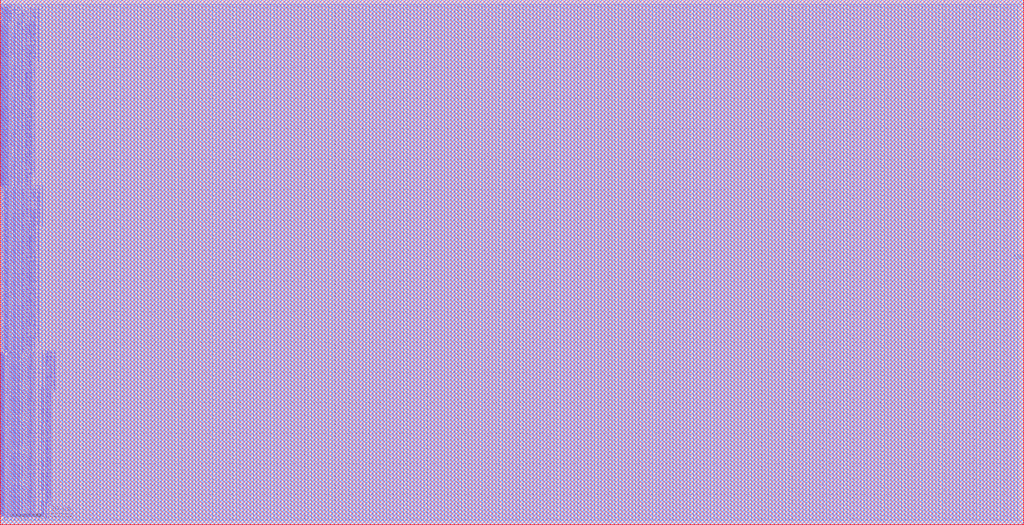
<source format=lef>
VERSION 5.7 ;
BUSBITCHARS "[]" ;
MACRO fakeram65_512x128
  FOREIGN fakeram65_512x128 0 0 ;
  SYMMETRY X Y R90 ;
  SIZE 336.100 BY 172.400 ;
  CLASS BLOCK ;
  PIN w_mask_in[0]
    DIRECTION INPUT ;
    USE SIGNAL ;
    SHAPE ABUTMENT ;
    PORT
      LAYER M3 ;
      RECT 0.000 1.365 0.070 1.435 ;
    END
  END w_mask_in[0]
  PIN w_mask_in[1]
    DIRECTION INPUT ;
    USE SIGNAL ;
    SHAPE ABUTMENT ;
    PORT
      LAYER M3 ;
      RECT 0.000 1.785 0.070 1.855 ;
    END
  END w_mask_in[1]
  PIN w_mask_in[2]
    DIRECTION INPUT ;
    USE SIGNAL ;
    SHAPE ABUTMENT ;
    PORT
      LAYER M3 ;
      RECT 0.000 2.205 0.070 2.275 ;
    END
  END w_mask_in[2]
  PIN w_mask_in[3]
    DIRECTION INPUT ;
    USE SIGNAL ;
    SHAPE ABUTMENT ;
    PORT
      LAYER M3 ;
      RECT 0.000 2.625 0.070 2.695 ;
    END
  END w_mask_in[3]
  PIN w_mask_in[4]
    DIRECTION INPUT ;
    USE SIGNAL ;
    SHAPE ABUTMENT ;
    PORT
      LAYER M3 ;
      RECT 0.000 3.045 0.070 3.115 ;
    END
  END w_mask_in[4]
  PIN w_mask_in[5]
    DIRECTION INPUT ;
    USE SIGNAL ;
    SHAPE ABUTMENT ;
    PORT
      LAYER M3 ;
      RECT 0.000 3.465 0.070 3.535 ;
    END
  END w_mask_in[5]
  PIN w_mask_in[6]
    DIRECTION INPUT ;
    USE SIGNAL ;
    SHAPE ABUTMENT ;
    PORT
      LAYER M3 ;
      RECT 0.000 3.885 0.070 3.955 ;
    END
  END w_mask_in[6]
  PIN w_mask_in[7]
    DIRECTION INPUT ;
    USE SIGNAL ;
    SHAPE ABUTMENT ;
    PORT
      LAYER M3 ;
      RECT 0.000 4.305 0.070 4.375 ;
    END
  END w_mask_in[7]
  PIN w_mask_in[8]
    DIRECTION INPUT ;
    USE SIGNAL ;
    SHAPE ABUTMENT ;
    PORT
      LAYER M3 ;
      RECT 0.000 4.725 0.070 4.795 ;
    END
  END w_mask_in[8]
  PIN w_mask_in[9]
    DIRECTION INPUT ;
    USE SIGNAL ;
    SHAPE ABUTMENT ;
    PORT
      LAYER M3 ;
      RECT 0.000 5.145 0.070 5.215 ;
    END
  END w_mask_in[9]
  PIN w_mask_in[10]
    DIRECTION INPUT ;
    USE SIGNAL ;
    SHAPE ABUTMENT ;
    PORT
      LAYER M3 ;
      RECT 0.000 5.565 0.070 5.635 ;
    END
  END w_mask_in[10]
  PIN w_mask_in[11]
    DIRECTION INPUT ;
    USE SIGNAL ;
    SHAPE ABUTMENT ;
    PORT
      LAYER M3 ;
      RECT 0.000 5.985 0.070 6.055 ;
    END
  END w_mask_in[11]
  PIN w_mask_in[12]
    DIRECTION INPUT ;
    USE SIGNAL ;
    SHAPE ABUTMENT ;
    PORT
      LAYER M3 ;
      RECT 0.000 6.405 0.070 6.475 ;
    END
  END w_mask_in[12]
  PIN w_mask_in[13]
    DIRECTION INPUT ;
    USE SIGNAL ;
    SHAPE ABUTMENT ;
    PORT
      LAYER M3 ;
      RECT 0.000 6.825 0.070 6.895 ;
    END
  END w_mask_in[13]
  PIN w_mask_in[14]
    DIRECTION INPUT ;
    USE SIGNAL ;
    SHAPE ABUTMENT ;
    PORT
      LAYER M3 ;
      RECT 0.000 7.245 0.070 7.315 ;
    END
  END w_mask_in[14]
  PIN w_mask_in[15]
    DIRECTION INPUT ;
    USE SIGNAL ;
    SHAPE ABUTMENT ;
    PORT
      LAYER M3 ;
      RECT 0.000 7.665 0.070 7.735 ;
    END
  END w_mask_in[15]
  PIN w_mask_in[16]
    DIRECTION INPUT ;
    USE SIGNAL ;
    SHAPE ABUTMENT ;
    PORT
      LAYER M3 ;
      RECT 0.000 8.085 0.070 8.155 ;
    END
  END w_mask_in[16]
  PIN w_mask_in[17]
    DIRECTION INPUT ;
    USE SIGNAL ;
    SHAPE ABUTMENT ;
    PORT
      LAYER M3 ;
      RECT 0.000 8.505 0.070 8.575 ;
    END
  END w_mask_in[17]
  PIN w_mask_in[18]
    DIRECTION INPUT ;
    USE SIGNAL ;
    SHAPE ABUTMENT ;
    PORT
      LAYER M3 ;
      RECT 0.000 8.925 0.070 8.995 ;
    END
  END w_mask_in[18]
  PIN w_mask_in[19]
    DIRECTION INPUT ;
    USE SIGNAL ;
    SHAPE ABUTMENT ;
    PORT
      LAYER M3 ;
      RECT 0.000 9.345 0.070 9.415 ;
    END
  END w_mask_in[19]
  PIN w_mask_in[20]
    DIRECTION INPUT ;
    USE SIGNAL ;
    SHAPE ABUTMENT ;
    PORT
      LAYER M3 ;
      RECT 0.000 9.765 0.070 9.835 ;
    END
  END w_mask_in[20]
  PIN w_mask_in[21]
    DIRECTION INPUT ;
    USE SIGNAL ;
    SHAPE ABUTMENT ;
    PORT
      LAYER M3 ;
      RECT 0.000 10.185 0.070 10.255 ;
    END
  END w_mask_in[21]
  PIN w_mask_in[22]
    DIRECTION INPUT ;
    USE SIGNAL ;
    SHAPE ABUTMENT ;
    PORT
      LAYER M3 ;
      RECT 0.000 10.605 0.070 10.675 ;
    END
  END w_mask_in[22]
  PIN w_mask_in[23]
    DIRECTION INPUT ;
    USE SIGNAL ;
    SHAPE ABUTMENT ;
    PORT
      LAYER M3 ;
      RECT 0.000 11.025 0.070 11.095 ;
    END
  END w_mask_in[23]
  PIN w_mask_in[24]
    DIRECTION INPUT ;
    USE SIGNAL ;
    SHAPE ABUTMENT ;
    PORT
      LAYER M3 ;
      RECT 0.000 11.445 0.070 11.515 ;
    END
  END w_mask_in[24]
  PIN w_mask_in[25]
    DIRECTION INPUT ;
    USE SIGNAL ;
    SHAPE ABUTMENT ;
    PORT
      LAYER M3 ;
      RECT 0.000 11.865 0.070 11.935 ;
    END
  END w_mask_in[25]
  PIN w_mask_in[26]
    DIRECTION INPUT ;
    USE SIGNAL ;
    SHAPE ABUTMENT ;
    PORT
      LAYER M3 ;
      RECT 0.000 12.285 0.070 12.355 ;
    END
  END w_mask_in[26]
  PIN w_mask_in[27]
    DIRECTION INPUT ;
    USE SIGNAL ;
    SHAPE ABUTMENT ;
    PORT
      LAYER M3 ;
      RECT 0.000 12.705 0.070 12.775 ;
    END
  END w_mask_in[27]
  PIN w_mask_in[28]
    DIRECTION INPUT ;
    USE SIGNAL ;
    SHAPE ABUTMENT ;
    PORT
      LAYER M3 ;
      RECT 0.000 13.125 0.070 13.195 ;
    END
  END w_mask_in[28]
  PIN w_mask_in[29]
    DIRECTION INPUT ;
    USE SIGNAL ;
    SHAPE ABUTMENT ;
    PORT
      LAYER M3 ;
      RECT 0.000 13.545 0.070 13.615 ;
    END
  END w_mask_in[29]
  PIN w_mask_in[30]
    DIRECTION INPUT ;
    USE SIGNAL ;
    SHAPE ABUTMENT ;
    PORT
      LAYER M3 ;
      RECT 0.000 13.965 0.070 14.035 ;
    END
  END w_mask_in[30]
  PIN w_mask_in[31]
    DIRECTION INPUT ;
    USE SIGNAL ;
    SHAPE ABUTMENT ;
    PORT
      LAYER M3 ;
      RECT 0.000 14.385 0.070 14.455 ;
    END
  END w_mask_in[31]
  PIN w_mask_in[32]
    DIRECTION INPUT ;
    USE SIGNAL ;
    SHAPE ABUTMENT ;
    PORT
      LAYER M3 ;
      RECT 0.000 14.805 0.070 14.875 ;
    END
  END w_mask_in[32]
  PIN w_mask_in[33]
    DIRECTION INPUT ;
    USE SIGNAL ;
    SHAPE ABUTMENT ;
    PORT
      LAYER M3 ;
      RECT 0.000 15.225 0.070 15.295 ;
    END
  END w_mask_in[33]
  PIN w_mask_in[34]
    DIRECTION INPUT ;
    USE SIGNAL ;
    SHAPE ABUTMENT ;
    PORT
      LAYER M3 ;
      RECT 0.000 15.645 0.070 15.715 ;
    END
  END w_mask_in[34]
  PIN w_mask_in[35]
    DIRECTION INPUT ;
    USE SIGNAL ;
    SHAPE ABUTMENT ;
    PORT
      LAYER M3 ;
      RECT 0.000 16.065 0.070 16.135 ;
    END
  END w_mask_in[35]
  PIN w_mask_in[36]
    DIRECTION INPUT ;
    USE SIGNAL ;
    SHAPE ABUTMENT ;
    PORT
      LAYER M3 ;
      RECT 0.000 16.485 0.070 16.555 ;
    END
  END w_mask_in[36]
  PIN w_mask_in[37]
    DIRECTION INPUT ;
    USE SIGNAL ;
    SHAPE ABUTMENT ;
    PORT
      LAYER M3 ;
      RECT 0.000 16.905 0.070 16.975 ;
    END
  END w_mask_in[37]
  PIN w_mask_in[38]
    DIRECTION INPUT ;
    USE SIGNAL ;
    SHAPE ABUTMENT ;
    PORT
      LAYER M3 ;
      RECT 0.000 17.325 0.070 17.395 ;
    END
  END w_mask_in[38]
  PIN w_mask_in[39]
    DIRECTION INPUT ;
    USE SIGNAL ;
    SHAPE ABUTMENT ;
    PORT
      LAYER M3 ;
      RECT 0.000 17.745 0.070 17.815 ;
    END
  END w_mask_in[39]
  PIN w_mask_in[40]
    DIRECTION INPUT ;
    USE SIGNAL ;
    SHAPE ABUTMENT ;
    PORT
      LAYER M3 ;
      RECT 0.000 18.165 0.070 18.235 ;
    END
  END w_mask_in[40]
  PIN w_mask_in[41]
    DIRECTION INPUT ;
    USE SIGNAL ;
    SHAPE ABUTMENT ;
    PORT
      LAYER M3 ;
      RECT 0.000 18.585 0.070 18.655 ;
    END
  END w_mask_in[41]
  PIN w_mask_in[42]
    DIRECTION INPUT ;
    USE SIGNAL ;
    SHAPE ABUTMENT ;
    PORT
      LAYER M3 ;
      RECT 0.000 19.005 0.070 19.075 ;
    END
  END w_mask_in[42]
  PIN w_mask_in[43]
    DIRECTION INPUT ;
    USE SIGNAL ;
    SHAPE ABUTMENT ;
    PORT
      LAYER M3 ;
      RECT 0.000 19.425 0.070 19.495 ;
    END
  END w_mask_in[43]
  PIN w_mask_in[44]
    DIRECTION INPUT ;
    USE SIGNAL ;
    SHAPE ABUTMENT ;
    PORT
      LAYER M3 ;
      RECT 0.000 19.845 0.070 19.915 ;
    END
  END w_mask_in[44]
  PIN w_mask_in[45]
    DIRECTION INPUT ;
    USE SIGNAL ;
    SHAPE ABUTMENT ;
    PORT
      LAYER M3 ;
      RECT 0.000 20.265 0.070 20.335 ;
    END
  END w_mask_in[45]
  PIN w_mask_in[46]
    DIRECTION INPUT ;
    USE SIGNAL ;
    SHAPE ABUTMENT ;
    PORT
      LAYER M3 ;
      RECT 0.000 20.685 0.070 20.755 ;
    END
  END w_mask_in[46]
  PIN w_mask_in[47]
    DIRECTION INPUT ;
    USE SIGNAL ;
    SHAPE ABUTMENT ;
    PORT
      LAYER M3 ;
      RECT 0.000 21.105 0.070 21.175 ;
    END
  END w_mask_in[47]
  PIN w_mask_in[48]
    DIRECTION INPUT ;
    USE SIGNAL ;
    SHAPE ABUTMENT ;
    PORT
      LAYER M3 ;
      RECT 0.000 21.525 0.070 21.595 ;
    END
  END w_mask_in[48]
  PIN w_mask_in[49]
    DIRECTION INPUT ;
    USE SIGNAL ;
    SHAPE ABUTMENT ;
    PORT
      LAYER M3 ;
      RECT 0.000 21.945 0.070 22.015 ;
    END
  END w_mask_in[49]
  PIN w_mask_in[50]
    DIRECTION INPUT ;
    USE SIGNAL ;
    SHAPE ABUTMENT ;
    PORT
      LAYER M3 ;
      RECT 0.000 22.365 0.070 22.435 ;
    END
  END w_mask_in[50]
  PIN w_mask_in[51]
    DIRECTION INPUT ;
    USE SIGNAL ;
    SHAPE ABUTMENT ;
    PORT
      LAYER M3 ;
      RECT 0.000 22.785 0.070 22.855 ;
    END
  END w_mask_in[51]
  PIN w_mask_in[52]
    DIRECTION INPUT ;
    USE SIGNAL ;
    SHAPE ABUTMENT ;
    PORT
      LAYER M3 ;
      RECT 0.000 23.205 0.070 23.275 ;
    END
  END w_mask_in[52]
  PIN w_mask_in[53]
    DIRECTION INPUT ;
    USE SIGNAL ;
    SHAPE ABUTMENT ;
    PORT
      LAYER M3 ;
      RECT 0.000 23.625 0.070 23.695 ;
    END
  END w_mask_in[53]
  PIN w_mask_in[54]
    DIRECTION INPUT ;
    USE SIGNAL ;
    SHAPE ABUTMENT ;
    PORT
      LAYER M3 ;
      RECT 0.000 24.045 0.070 24.115 ;
    END
  END w_mask_in[54]
  PIN w_mask_in[55]
    DIRECTION INPUT ;
    USE SIGNAL ;
    SHAPE ABUTMENT ;
    PORT
      LAYER M3 ;
      RECT 0.000 24.465 0.070 24.535 ;
    END
  END w_mask_in[55]
  PIN w_mask_in[56]
    DIRECTION INPUT ;
    USE SIGNAL ;
    SHAPE ABUTMENT ;
    PORT
      LAYER M3 ;
      RECT 0.000 24.885 0.070 24.955 ;
    END
  END w_mask_in[56]
  PIN w_mask_in[57]
    DIRECTION INPUT ;
    USE SIGNAL ;
    SHAPE ABUTMENT ;
    PORT
      LAYER M3 ;
      RECT 0.000 25.305 0.070 25.375 ;
    END
  END w_mask_in[57]
  PIN w_mask_in[58]
    DIRECTION INPUT ;
    USE SIGNAL ;
    SHAPE ABUTMENT ;
    PORT
      LAYER M3 ;
      RECT 0.000 25.725 0.070 25.795 ;
    END
  END w_mask_in[58]
  PIN w_mask_in[59]
    DIRECTION INPUT ;
    USE SIGNAL ;
    SHAPE ABUTMENT ;
    PORT
      LAYER M3 ;
      RECT 0.000 26.145 0.070 26.215 ;
    END
  END w_mask_in[59]
  PIN w_mask_in[60]
    DIRECTION INPUT ;
    USE SIGNAL ;
    SHAPE ABUTMENT ;
    PORT
      LAYER M3 ;
      RECT 0.000 26.565 0.070 26.635 ;
    END
  END w_mask_in[60]
  PIN w_mask_in[61]
    DIRECTION INPUT ;
    USE SIGNAL ;
    SHAPE ABUTMENT ;
    PORT
      LAYER M3 ;
      RECT 0.000 26.985 0.070 27.055 ;
    END
  END w_mask_in[61]
  PIN w_mask_in[62]
    DIRECTION INPUT ;
    USE SIGNAL ;
    SHAPE ABUTMENT ;
    PORT
      LAYER M3 ;
      RECT 0.000 27.405 0.070 27.475 ;
    END
  END w_mask_in[62]
  PIN w_mask_in[63]
    DIRECTION INPUT ;
    USE SIGNAL ;
    SHAPE ABUTMENT ;
    PORT
      LAYER M3 ;
      RECT 0.000 27.825 0.070 27.895 ;
    END
  END w_mask_in[63]
  PIN w_mask_in[64]
    DIRECTION INPUT ;
    USE SIGNAL ;
    SHAPE ABUTMENT ;
    PORT
      LAYER M3 ;
      RECT 0.000 28.245 0.070 28.315 ;
    END
  END w_mask_in[64]
  PIN w_mask_in[65]
    DIRECTION INPUT ;
    USE SIGNAL ;
    SHAPE ABUTMENT ;
    PORT
      LAYER M3 ;
      RECT 0.000 28.665 0.070 28.735 ;
    END
  END w_mask_in[65]
  PIN w_mask_in[66]
    DIRECTION INPUT ;
    USE SIGNAL ;
    SHAPE ABUTMENT ;
    PORT
      LAYER M3 ;
      RECT 0.000 29.085 0.070 29.155 ;
    END
  END w_mask_in[66]
  PIN w_mask_in[67]
    DIRECTION INPUT ;
    USE SIGNAL ;
    SHAPE ABUTMENT ;
    PORT
      LAYER M3 ;
      RECT 0.000 29.505 0.070 29.575 ;
    END
  END w_mask_in[67]
  PIN w_mask_in[68]
    DIRECTION INPUT ;
    USE SIGNAL ;
    SHAPE ABUTMENT ;
    PORT
      LAYER M3 ;
      RECT 0.000 29.925 0.070 29.995 ;
    END
  END w_mask_in[68]
  PIN w_mask_in[69]
    DIRECTION INPUT ;
    USE SIGNAL ;
    SHAPE ABUTMENT ;
    PORT
      LAYER M3 ;
      RECT 0.000 30.345 0.070 30.415 ;
    END
  END w_mask_in[69]
  PIN w_mask_in[70]
    DIRECTION INPUT ;
    USE SIGNAL ;
    SHAPE ABUTMENT ;
    PORT
      LAYER M3 ;
      RECT 0.000 30.765 0.070 30.835 ;
    END
  END w_mask_in[70]
  PIN w_mask_in[71]
    DIRECTION INPUT ;
    USE SIGNAL ;
    SHAPE ABUTMENT ;
    PORT
      LAYER M3 ;
      RECT 0.000 31.185 0.070 31.255 ;
    END
  END w_mask_in[71]
  PIN w_mask_in[72]
    DIRECTION INPUT ;
    USE SIGNAL ;
    SHAPE ABUTMENT ;
    PORT
      LAYER M3 ;
      RECT 0.000 31.605 0.070 31.675 ;
    END
  END w_mask_in[72]
  PIN w_mask_in[73]
    DIRECTION INPUT ;
    USE SIGNAL ;
    SHAPE ABUTMENT ;
    PORT
      LAYER M3 ;
      RECT 0.000 32.025 0.070 32.095 ;
    END
  END w_mask_in[73]
  PIN w_mask_in[74]
    DIRECTION INPUT ;
    USE SIGNAL ;
    SHAPE ABUTMENT ;
    PORT
      LAYER M3 ;
      RECT 0.000 32.445 0.070 32.515 ;
    END
  END w_mask_in[74]
  PIN w_mask_in[75]
    DIRECTION INPUT ;
    USE SIGNAL ;
    SHAPE ABUTMENT ;
    PORT
      LAYER M3 ;
      RECT 0.000 32.865 0.070 32.935 ;
    END
  END w_mask_in[75]
  PIN w_mask_in[76]
    DIRECTION INPUT ;
    USE SIGNAL ;
    SHAPE ABUTMENT ;
    PORT
      LAYER M3 ;
      RECT 0.000 33.285 0.070 33.355 ;
    END
  END w_mask_in[76]
  PIN w_mask_in[77]
    DIRECTION INPUT ;
    USE SIGNAL ;
    SHAPE ABUTMENT ;
    PORT
      LAYER M3 ;
      RECT 0.000 33.705 0.070 33.775 ;
    END
  END w_mask_in[77]
  PIN w_mask_in[78]
    DIRECTION INPUT ;
    USE SIGNAL ;
    SHAPE ABUTMENT ;
    PORT
      LAYER M3 ;
      RECT 0.000 34.125 0.070 34.195 ;
    END
  END w_mask_in[78]
  PIN w_mask_in[79]
    DIRECTION INPUT ;
    USE SIGNAL ;
    SHAPE ABUTMENT ;
    PORT
      LAYER M3 ;
      RECT 0.000 34.545 0.070 34.615 ;
    END
  END w_mask_in[79]
  PIN w_mask_in[80]
    DIRECTION INPUT ;
    USE SIGNAL ;
    SHAPE ABUTMENT ;
    PORT
      LAYER M3 ;
      RECT 0.000 34.965 0.070 35.035 ;
    END
  END w_mask_in[80]
  PIN w_mask_in[81]
    DIRECTION INPUT ;
    USE SIGNAL ;
    SHAPE ABUTMENT ;
    PORT
      LAYER M3 ;
      RECT 0.000 35.385 0.070 35.455 ;
    END
  END w_mask_in[81]
  PIN w_mask_in[82]
    DIRECTION INPUT ;
    USE SIGNAL ;
    SHAPE ABUTMENT ;
    PORT
      LAYER M3 ;
      RECT 0.000 35.805 0.070 35.875 ;
    END
  END w_mask_in[82]
  PIN w_mask_in[83]
    DIRECTION INPUT ;
    USE SIGNAL ;
    SHAPE ABUTMENT ;
    PORT
      LAYER M3 ;
      RECT 0.000 36.225 0.070 36.295 ;
    END
  END w_mask_in[83]
  PIN w_mask_in[84]
    DIRECTION INPUT ;
    USE SIGNAL ;
    SHAPE ABUTMENT ;
    PORT
      LAYER M3 ;
      RECT 0.000 36.645 0.070 36.715 ;
    END
  END w_mask_in[84]
  PIN w_mask_in[85]
    DIRECTION INPUT ;
    USE SIGNAL ;
    SHAPE ABUTMENT ;
    PORT
      LAYER M3 ;
      RECT 0.000 37.065 0.070 37.135 ;
    END
  END w_mask_in[85]
  PIN w_mask_in[86]
    DIRECTION INPUT ;
    USE SIGNAL ;
    SHAPE ABUTMENT ;
    PORT
      LAYER M3 ;
      RECT 0.000 37.485 0.070 37.555 ;
    END
  END w_mask_in[86]
  PIN w_mask_in[87]
    DIRECTION INPUT ;
    USE SIGNAL ;
    SHAPE ABUTMENT ;
    PORT
      LAYER M3 ;
      RECT 0.000 37.905 0.070 37.975 ;
    END
  END w_mask_in[87]
  PIN w_mask_in[88]
    DIRECTION INPUT ;
    USE SIGNAL ;
    SHAPE ABUTMENT ;
    PORT
      LAYER M3 ;
      RECT 0.000 38.325 0.070 38.395 ;
    END
  END w_mask_in[88]
  PIN w_mask_in[89]
    DIRECTION INPUT ;
    USE SIGNAL ;
    SHAPE ABUTMENT ;
    PORT
      LAYER M3 ;
      RECT 0.000 38.745 0.070 38.815 ;
    END
  END w_mask_in[89]
  PIN w_mask_in[90]
    DIRECTION INPUT ;
    USE SIGNAL ;
    SHAPE ABUTMENT ;
    PORT
      LAYER M3 ;
      RECT 0.000 39.165 0.070 39.235 ;
    END
  END w_mask_in[90]
  PIN w_mask_in[91]
    DIRECTION INPUT ;
    USE SIGNAL ;
    SHAPE ABUTMENT ;
    PORT
      LAYER M3 ;
      RECT 0.000 39.585 0.070 39.655 ;
    END
  END w_mask_in[91]
  PIN w_mask_in[92]
    DIRECTION INPUT ;
    USE SIGNAL ;
    SHAPE ABUTMENT ;
    PORT
      LAYER M3 ;
      RECT 0.000 40.005 0.070 40.075 ;
    END
  END w_mask_in[92]
  PIN w_mask_in[93]
    DIRECTION INPUT ;
    USE SIGNAL ;
    SHAPE ABUTMENT ;
    PORT
      LAYER M3 ;
      RECT 0.000 40.425 0.070 40.495 ;
    END
  END w_mask_in[93]
  PIN w_mask_in[94]
    DIRECTION INPUT ;
    USE SIGNAL ;
    SHAPE ABUTMENT ;
    PORT
      LAYER M3 ;
      RECT 0.000 40.845 0.070 40.915 ;
    END
  END w_mask_in[94]
  PIN w_mask_in[95]
    DIRECTION INPUT ;
    USE SIGNAL ;
    SHAPE ABUTMENT ;
    PORT
      LAYER M3 ;
      RECT 0.000 41.265 0.070 41.335 ;
    END
  END w_mask_in[95]
  PIN w_mask_in[96]
    DIRECTION INPUT ;
    USE SIGNAL ;
    SHAPE ABUTMENT ;
    PORT
      LAYER M3 ;
      RECT 0.000 41.685 0.070 41.755 ;
    END
  END w_mask_in[96]
  PIN w_mask_in[97]
    DIRECTION INPUT ;
    USE SIGNAL ;
    SHAPE ABUTMENT ;
    PORT
      LAYER M3 ;
      RECT 0.000 42.105 0.070 42.175 ;
    END
  END w_mask_in[97]
  PIN w_mask_in[98]
    DIRECTION INPUT ;
    USE SIGNAL ;
    SHAPE ABUTMENT ;
    PORT
      LAYER M3 ;
      RECT 0.000 42.525 0.070 42.595 ;
    END
  END w_mask_in[98]
  PIN w_mask_in[99]
    DIRECTION INPUT ;
    USE SIGNAL ;
    SHAPE ABUTMENT ;
    PORT
      LAYER M3 ;
      RECT 0.000 42.945 0.070 43.015 ;
    END
  END w_mask_in[99]
  PIN w_mask_in[100]
    DIRECTION INPUT ;
    USE SIGNAL ;
    SHAPE ABUTMENT ;
    PORT
      LAYER M3 ;
      RECT 0.000 43.365 0.070 43.435 ;
    END
  END w_mask_in[100]
  PIN w_mask_in[101]
    DIRECTION INPUT ;
    USE SIGNAL ;
    SHAPE ABUTMENT ;
    PORT
      LAYER M3 ;
      RECT 0.000 43.785 0.070 43.855 ;
    END
  END w_mask_in[101]
  PIN w_mask_in[102]
    DIRECTION INPUT ;
    USE SIGNAL ;
    SHAPE ABUTMENT ;
    PORT
      LAYER M3 ;
      RECT 0.000 44.205 0.070 44.275 ;
    END
  END w_mask_in[102]
  PIN w_mask_in[103]
    DIRECTION INPUT ;
    USE SIGNAL ;
    SHAPE ABUTMENT ;
    PORT
      LAYER M3 ;
      RECT 0.000 44.625 0.070 44.695 ;
    END
  END w_mask_in[103]
  PIN w_mask_in[104]
    DIRECTION INPUT ;
    USE SIGNAL ;
    SHAPE ABUTMENT ;
    PORT
      LAYER M3 ;
      RECT 0.000 45.045 0.070 45.115 ;
    END
  END w_mask_in[104]
  PIN w_mask_in[105]
    DIRECTION INPUT ;
    USE SIGNAL ;
    SHAPE ABUTMENT ;
    PORT
      LAYER M3 ;
      RECT 0.000 45.465 0.070 45.535 ;
    END
  END w_mask_in[105]
  PIN w_mask_in[106]
    DIRECTION INPUT ;
    USE SIGNAL ;
    SHAPE ABUTMENT ;
    PORT
      LAYER M3 ;
      RECT 0.000 45.885 0.070 45.955 ;
    END
  END w_mask_in[106]
  PIN w_mask_in[107]
    DIRECTION INPUT ;
    USE SIGNAL ;
    SHAPE ABUTMENT ;
    PORT
      LAYER M3 ;
      RECT 0.000 46.305 0.070 46.375 ;
    END
  END w_mask_in[107]
  PIN w_mask_in[108]
    DIRECTION INPUT ;
    USE SIGNAL ;
    SHAPE ABUTMENT ;
    PORT
      LAYER M3 ;
      RECT 0.000 46.725 0.070 46.795 ;
    END
  END w_mask_in[108]
  PIN w_mask_in[109]
    DIRECTION INPUT ;
    USE SIGNAL ;
    SHAPE ABUTMENT ;
    PORT
      LAYER M3 ;
      RECT 0.000 47.145 0.070 47.215 ;
    END
  END w_mask_in[109]
  PIN w_mask_in[110]
    DIRECTION INPUT ;
    USE SIGNAL ;
    SHAPE ABUTMENT ;
    PORT
      LAYER M3 ;
      RECT 0.000 47.565 0.070 47.635 ;
    END
  END w_mask_in[110]
  PIN w_mask_in[111]
    DIRECTION INPUT ;
    USE SIGNAL ;
    SHAPE ABUTMENT ;
    PORT
      LAYER M3 ;
      RECT 0.000 47.985 0.070 48.055 ;
    END
  END w_mask_in[111]
  PIN w_mask_in[112]
    DIRECTION INPUT ;
    USE SIGNAL ;
    SHAPE ABUTMENT ;
    PORT
      LAYER M3 ;
      RECT 0.000 48.405 0.070 48.475 ;
    END
  END w_mask_in[112]
  PIN w_mask_in[113]
    DIRECTION INPUT ;
    USE SIGNAL ;
    SHAPE ABUTMENT ;
    PORT
      LAYER M3 ;
      RECT 0.000 48.825 0.070 48.895 ;
    END
  END w_mask_in[113]
  PIN w_mask_in[114]
    DIRECTION INPUT ;
    USE SIGNAL ;
    SHAPE ABUTMENT ;
    PORT
      LAYER M3 ;
      RECT 0.000 49.245 0.070 49.315 ;
    END
  END w_mask_in[114]
  PIN w_mask_in[115]
    DIRECTION INPUT ;
    USE SIGNAL ;
    SHAPE ABUTMENT ;
    PORT
      LAYER M3 ;
      RECT 0.000 49.665 0.070 49.735 ;
    END
  END w_mask_in[115]
  PIN w_mask_in[116]
    DIRECTION INPUT ;
    USE SIGNAL ;
    SHAPE ABUTMENT ;
    PORT
      LAYER M3 ;
      RECT 0.000 50.085 0.070 50.155 ;
    END
  END w_mask_in[116]
  PIN w_mask_in[117]
    DIRECTION INPUT ;
    USE SIGNAL ;
    SHAPE ABUTMENT ;
    PORT
      LAYER M3 ;
      RECT 0.000 50.505 0.070 50.575 ;
    END
  END w_mask_in[117]
  PIN w_mask_in[118]
    DIRECTION INPUT ;
    USE SIGNAL ;
    SHAPE ABUTMENT ;
    PORT
      LAYER M3 ;
      RECT 0.000 50.925 0.070 50.995 ;
    END
  END w_mask_in[118]
  PIN w_mask_in[119]
    DIRECTION INPUT ;
    USE SIGNAL ;
    SHAPE ABUTMENT ;
    PORT
      LAYER M3 ;
      RECT 0.000 51.345 0.070 51.415 ;
    END
  END w_mask_in[119]
  PIN w_mask_in[120]
    DIRECTION INPUT ;
    USE SIGNAL ;
    SHAPE ABUTMENT ;
    PORT
      LAYER M3 ;
      RECT 0.000 51.765 0.070 51.835 ;
    END
  END w_mask_in[120]
  PIN w_mask_in[121]
    DIRECTION INPUT ;
    USE SIGNAL ;
    SHAPE ABUTMENT ;
    PORT
      LAYER M3 ;
      RECT 0.000 52.185 0.070 52.255 ;
    END
  END w_mask_in[121]
  PIN w_mask_in[122]
    DIRECTION INPUT ;
    USE SIGNAL ;
    SHAPE ABUTMENT ;
    PORT
      LAYER M3 ;
      RECT 0.000 52.605 0.070 52.675 ;
    END
  END w_mask_in[122]
  PIN w_mask_in[123]
    DIRECTION INPUT ;
    USE SIGNAL ;
    SHAPE ABUTMENT ;
    PORT
      LAYER M3 ;
      RECT 0.000 53.025 0.070 53.095 ;
    END
  END w_mask_in[123]
  PIN w_mask_in[124]
    DIRECTION INPUT ;
    USE SIGNAL ;
    SHAPE ABUTMENT ;
    PORT
      LAYER M3 ;
      RECT 0.000 53.445 0.070 53.515 ;
    END
  END w_mask_in[124]
  PIN w_mask_in[125]
    DIRECTION INPUT ;
    USE SIGNAL ;
    SHAPE ABUTMENT ;
    PORT
      LAYER M3 ;
      RECT 0.000 53.865 0.070 53.935 ;
    END
  END w_mask_in[125]
  PIN w_mask_in[126]
    DIRECTION INPUT ;
    USE SIGNAL ;
    SHAPE ABUTMENT ;
    PORT
      LAYER M3 ;
      RECT 0.000 54.285 0.070 54.355 ;
    END
  END w_mask_in[126]
  PIN w_mask_in[127]
    DIRECTION INPUT ;
    USE SIGNAL ;
    SHAPE ABUTMENT ;
    PORT
      LAYER M3 ;
      RECT 0.000 54.705 0.070 54.775 ;
    END
  END w_mask_in[127]
  PIN rd_out[0]
    DIRECTION OUTPUT ;
    USE SIGNAL ;
    SHAPE ABUTMENT ;
    PORT
      LAYER M3 ;
      RECT 0.000 55.405 0.070 55.475 ;
    END
  END rd_out[0]
  PIN rd_out[1]
    DIRECTION OUTPUT ;
    USE SIGNAL ;
    SHAPE ABUTMENT ;
    PORT
      LAYER M3 ;
      RECT 0.000 55.825 0.070 55.895 ;
    END
  END rd_out[1]
  PIN rd_out[2]
    DIRECTION OUTPUT ;
    USE SIGNAL ;
    SHAPE ABUTMENT ;
    PORT
      LAYER M3 ;
      RECT 0.000 56.245 0.070 56.315 ;
    END
  END rd_out[2]
  PIN rd_out[3]
    DIRECTION OUTPUT ;
    USE SIGNAL ;
    SHAPE ABUTMENT ;
    PORT
      LAYER M3 ;
      RECT 0.000 56.665 0.070 56.735 ;
    END
  END rd_out[3]
  PIN rd_out[4]
    DIRECTION OUTPUT ;
    USE SIGNAL ;
    SHAPE ABUTMENT ;
    PORT
      LAYER M3 ;
      RECT 0.000 57.085 0.070 57.155 ;
    END
  END rd_out[4]
  PIN rd_out[5]
    DIRECTION OUTPUT ;
    USE SIGNAL ;
    SHAPE ABUTMENT ;
    PORT
      LAYER M3 ;
      RECT 0.000 57.505 0.070 57.575 ;
    END
  END rd_out[5]
  PIN rd_out[6]
    DIRECTION OUTPUT ;
    USE SIGNAL ;
    SHAPE ABUTMENT ;
    PORT
      LAYER M3 ;
      RECT 0.000 57.925 0.070 57.995 ;
    END
  END rd_out[6]
  PIN rd_out[7]
    DIRECTION OUTPUT ;
    USE SIGNAL ;
    SHAPE ABUTMENT ;
    PORT
      LAYER M3 ;
      RECT 0.000 58.345 0.070 58.415 ;
    END
  END rd_out[7]
  PIN rd_out[8]
    DIRECTION OUTPUT ;
    USE SIGNAL ;
    SHAPE ABUTMENT ;
    PORT
      LAYER M3 ;
      RECT 0.000 58.765 0.070 58.835 ;
    END
  END rd_out[8]
  PIN rd_out[9]
    DIRECTION OUTPUT ;
    USE SIGNAL ;
    SHAPE ABUTMENT ;
    PORT
      LAYER M3 ;
      RECT 0.000 59.185 0.070 59.255 ;
    END
  END rd_out[9]
  PIN rd_out[10]
    DIRECTION OUTPUT ;
    USE SIGNAL ;
    SHAPE ABUTMENT ;
    PORT
      LAYER M3 ;
      RECT 0.000 59.605 0.070 59.675 ;
    END
  END rd_out[10]
  PIN rd_out[11]
    DIRECTION OUTPUT ;
    USE SIGNAL ;
    SHAPE ABUTMENT ;
    PORT
      LAYER M3 ;
      RECT 0.000 60.025 0.070 60.095 ;
    END
  END rd_out[11]
  PIN rd_out[12]
    DIRECTION OUTPUT ;
    USE SIGNAL ;
    SHAPE ABUTMENT ;
    PORT
      LAYER M3 ;
      RECT 0.000 60.445 0.070 60.515 ;
    END
  END rd_out[12]
  PIN rd_out[13]
    DIRECTION OUTPUT ;
    USE SIGNAL ;
    SHAPE ABUTMENT ;
    PORT
      LAYER M3 ;
      RECT 0.000 60.865 0.070 60.935 ;
    END
  END rd_out[13]
  PIN rd_out[14]
    DIRECTION OUTPUT ;
    USE SIGNAL ;
    SHAPE ABUTMENT ;
    PORT
      LAYER M3 ;
      RECT 0.000 61.285 0.070 61.355 ;
    END
  END rd_out[14]
  PIN rd_out[15]
    DIRECTION OUTPUT ;
    USE SIGNAL ;
    SHAPE ABUTMENT ;
    PORT
      LAYER M3 ;
      RECT 0.000 61.705 0.070 61.775 ;
    END
  END rd_out[15]
  PIN rd_out[16]
    DIRECTION OUTPUT ;
    USE SIGNAL ;
    SHAPE ABUTMENT ;
    PORT
      LAYER M3 ;
      RECT 0.000 62.125 0.070 62.195 ;
    END
  END rd_out[16]
  PIN rd_out[17]
    DIRECTION OUTPUT ;
    USE SIGNAL ;
    SHAPE ABUTMENT ;
    PORT
      LAYER M3 ;
      RECT 0.000 62.545 0.070 62.615 ;
    END
  END rd_out[17]
  PIN rd_out[18]
    DIRECTION OUTPUT ;
    USE SIGNAL ;
    SHAPE ABUTMENT ;
    PORT
      LAYER M3 ;
      RECT 0.000 62.965 0.070 63.035 ;
    END
  END rd_out[18]
  PIN rd_out[19]
    DIRECTION OUTPUT ;
    USE SIGNAL ;
    SHAPE ABUTMENT ;
    PORT
      LAYER M3 ;
      RECT 0.000 63.385 0.070 63.455 ;
    END
  END rd_out[19]
  PIN rd_out[20]
    DIRECTION OUTPUT ;
    USE SIGNAL ;
    SHAPE ABUTMENT ;
    PORT
      LAYER M3 ;
      RECT 0.000 63.805 0.070 63.875 ;
    END
  END rd_out[20]
  PIN rd_out[21]
    DIRECTION OUTPUT ;
    USE SIGNAL ;
    SHAPE ABUTMENT ;
    PORT
      LAYER M3 ;
      RECT 0.000 64.225 0.070 64.295 ;
    END
  END rd_out[21]
  PIN rd_out[22]
    DIRECTION OUTPUT ;
    USE SIGNAL ;
    SHAPE ABUTMENT ;
    PORT
      LAYER M3 ;
      RECT 0.000 64.645 0.070 64.715 ;
    END
  END rd_out[22]
  PIN rd_out[23]
    DIRECTION OUTPUT ;
    USE SIGNAL ;
    SHAPE ABUTMENT ;
    PORT
      LAYER M3 ;
      RECT 0.000 65.065 0.070 65.135 ;
    END
  END rd_out[23]
  PIN rd_out[24]
    DIRECTION OUTPUT ;
    USE SIGNAL ;
    SHAPE ABUTMENT ;
    PORT
      LAYER M3 ;
      RECT 0.000 65.485 0.070 65.555 ;
    END
  END rd_out[24]
  PIN rd_out[25]
    DIRECTION OUTPUT ;
    USE SIGNAL ;
    SHAPE ABUTMENT ;
    PORT
      LAYER M3 ;
      RECT 0.000 65.905 0.070 65.975 ;
    END
  END rd_out[25]
  PIN rd_out[26]
    DIRECTION OUTPUT ;
    USE SIGNAL ;
    SHAPE ABUTMENT ;
    PORT
      LAYER M3 ;
      RECT 0.000 66.325 0.070 66.395 ;
    END
  END rd_out[26]
  PIN rd_out[27]
    DIRECTION OUTPUT ;
    USE SIGNAL ;
    SHAPE ABUTMENT ;
    PORT
      LAYER M3 ;
      RECT 0.000 66.745 0.070 66.815 ;
    END
  END rd_out[27]
  PIN rd_out[28]
    DIRECTION OUTPUT ;
    USE SIGNAL ;
    SHAPE ABUTMENT ;
    PORT
      LAYER M3 ;
      RECT 0.000 67.165 0.070 67.235 ;
    END
  END rd_out[28]
  PIN rd_out[29]
    DIRECTION OUTPUT ;
    USE SIGNAL ;
    SHAPE ABUTMENT ;
    PORT
      LAYER M3 ;
      RECT 0.000 67.585 0.070 67.655 ;
    END
  END rd_out[29]
  PIN rd_out[30]
    DIRECTION OUTPUT ;
    USE SIGNAL ;
    SHAPE ABUTMENT ;
    PORT
      LAYER M3 ;
      RECT 0.000 68.005 0.070 68.075 ;
    END
  END rd_out[30]
  PIN rd_out[31]
    DIRECTION OUTPUT ;
    USE SIGNAL ;
    SHAPE ABUTMENT ;
    PORT
      LAYER M3 ;
      RECT 0.000 68.425 0.070 68.495 ;
    END
  END rd_out[31]
  PIN rd_out[32]
    DIRECTION OUTPUT ;
    USE SIGNAL ;
    SHAPE ABUTMENT ;
    PORT
      LAYER M3 ;
      RECT 0.000 68.845 0.070 68.915 ;
    END
  END rd_out[32]
  PIN rd_out[33]
    DIRECTION OUTPUT ;
    USE SIGNAL ;
    SHAPE ABUTMENT ;
    PORT
      LAYER M3 ;
      RECT 0.000 69.265 0.070 69.335 ;
    END
  END rd_out[33]
  PIN rd_out[34]
    DIRECTION OUTPUT ;
    USE SIGNAL ;
    SHAPE ABUTMENT ;
    PORT
      LAYER M3 ;
      RECT 0.000 69.685 0.070 69.755 ;
    END
  END rd_out[34]
  PIN rd_out[35]
    DIRECTION OUTPUT ;
    USE SIGNAL ;
    SHAPE ABUTMENT ;
    PORT
      LAYER M3 ;
      RECT 0.000 70.105 0.070 70.175 ;
    END
  END rd_out[35]
  PIN rd_out[36]
    DIRECTION OUTPUT ;
    USE SIGNAL ;
    SHAPE ABUTMENT ;
    PORT
      LAYER M3 ;
      RECT 0.000 70.525 0.070 70.595 ;
    END
  END rd_out[36]
  PIN rd_out[37]
    DIRECTION OUTPUT ;
    USE SIGNAL ;
    SHAPE ABUTMENT ;
    PORT
      LAYER M3 ;
      RECT 0.000 70.945 0.070 71.015 ;
    END
  END rd_out[37]
  PIN rd_out[38]
    DIRECTION OUTPUT ;
    USE SIGNAL ;
    SHAPE ABUTMENT ;
    PORT
      LAYER M3 ;
      RECT 0.000 71.365 0.070 71.435 ;
    END
  END rd_out[38]
  PIN rd_out[39]
    DIRECTION OUTPUT ;
    USE SIGNAL ;
    SHAPE ABUTMENT ;
    PORT
      LAYER M3 ;
      RECT 0.000 71.785 0.070 71.855 ;
    END
  END rd_out[39]
  PIN rd_out[40]
    DIRECTION OUTPUT ;
    USE SIGNAL ;
    SHAPE ABUTMENT ;
    PORT
      LAYER M3 ;
      RECT 0.000 72.205 0.070 72.275 ;
    END
  END rd_out[40]
  PIN rd_out[41]
    DIRECTION OUTPUT ;
    USE SIGNAL ;
    SHAPE ABUTMENT ;
    PORT
      LAYER M3 ;
      RECT 0.000 72.625 0.070 72.695 ;
    END
  END rd_out[41]
  PIN rd_out[42]
    DIRECTION OUTPUT ;
    USE SIGNAL ;
    SHAPE ABUTMENT ;
    PORT
      LAYER M3 ;
      RECT 0.000 73.045 0.070 73.115 ;
    END
  END rd_out[42]
  PIN rd_out[43]
    DIRECTION OUTPUT ;
    USE SIGNAL ;
    SHAPE ABUTMENT ;
    PORT
      LAYER M3 ;
      RECT 0.000 73.465 0.070 73.535 ;
    END
  END rd_out[43]
  PIN rd_out[44]
    DIRECTION OUTPUT ;
    USE SIGNAL ;
    SHAPE ABUTMENT ;
    PORT
      LAYER M3 ;
      RECT 0.000 73.885 0.070 73.955 ;
    END
  END rd_out[44]
  PIN rd_out[45]
    DIRECTION OUTPUT ;
    USE SIGNAL ;
    SHAPE ABUTMENT ;
    PORT
      LAYER M3 ;
      RECT 0.000 74.305 0.070 74.375 ;
    END
  END rd_out[45]
  PIN rd_out[46]
    DIRECTION OUTPUT ;
    USE SIGNAL ;
    SHAPE ABUTMENT ;
    PORT
      LAYER M3 ;
      RECT 0.000 74.725 0.070 74.795 ;
    END
  END rd_out[46]
  PIN rd_out[47]
    DIRECTION OUTPUT ;
    USE SIGNAL ;
    SHAPE ABUTMENT ;
    PORT
      LAYER M3 ;
      RECT 0.000 75.145 0.070 75.215 ;
    END
  END rd_out[47]
  PIN rd_out[48]
    DIRECTION OUTPUT ;
    USE SIGNAL ;
    SHAPE ABUTMENT ;
    PORT
      LAYER M3 ;
      RECT 0.000 75.565 0.070 75.635 ;
    END
  END rd_out[48]
  PIN rd_out[49]
    DIRECTION OUTPUT ;
    USE SIGNAL ;
    SHAPE ABUTMENT ;
    PORT
      LAYER M3 ;
      RECT 0.000 75.985 0.070 76.055 ;
    END
  END rd_out[49]
  PIN rd_out[50]
    DIRECTION OUTPUT ;
    USE SIGNAL ;
    SHAPE ABUTMENT ;
    PORT
      LAYER M3 ;
      RECT 0.000 76.405 0.070 76.475 ;
    END
  END rd_out[50]
  PIN rd_out[51]
    DIRECTION OUTPUT ;
    USE SIGNAL ;
    SHAPE ABUTMENT ;
    PORT
      LAYER M3 ;
      RECT 0.000 76.825 0.070 76.895 ;
    END
  END rd_out[51]
  PIN rd_out[52]
    DIRECTION OUTPUT ;
    USE SIGNAL ;
    SHAPE ABUTMENT ;
    PORT
      LAYER M3 ;
      RECT 0.000 77.245 0.070 77.315 ;
    END
  END rd_out[52]
  PIN rd_out[53]
    DIRECTION OUTPUT ;
    USE SIGNAL ;
    SHAPE ABUTMENT ;
    PORT
      LAYER M3 ;
      RECT 0.000 77.665 0.070 77.735 ;
    END
  END rd_out[53]
  PIN rd_out[54]
    DIRECTION OUTPUT ;
    USE SIGNAL ;
    SHAPE ABUTMENT ;
    PORT
      LAYER M3 ;
      RECT 0.000 78.085 0.070 78.155 ;
    END
  END rd_out[54]
  PIN rd_out[55]
    DIRECTION OUTPUT ;
    USE SIGNAL ;
    SHAPE ABUTMENT ;
    PORT
      LAYER M3 ;
      RECT 0.000 78.505 0.070 78.575 ;
    END
  END rd_out[55]
  PIN rd_out[56]
    DIRECTION OUTPUT ;
    USE SIGNAL ;
    SHAPE ABUTMENT ;
    PORT
      LAYER M3 ;
      RECT 0.000 78.925 0.070 78.995 ;
    END
  END rd_out[56]
  PIN rd_out[57]
    DIRECTION OUTPUT ;
    USE SIGNAL ;
    SHAPE ABUTMENT ;
    PORT
      LAYER M3 ;
      RECT 0.000 79.345 0.070 79.415 ;
    END
  END rd_out[57]
  PIN rd_out[58]
    DIRECTION OUTPUT ;
    USE SIGNAL ;
    SHAPE ABUTMENT ;
    PORT
      LAYER M3 ;
      RECT 0.000 79.765 0.070 79.835 ;
    END
  END rd_out[58]
  PIN rd_out[59]
    DIRECTION OUTPUT ;
    USE SIGNAL ;
    SHAPE ABUTMENT ;
    PORT
      LAYER M3 ;
      RECT 0.000 80.185 0.070 80.255 ;
    END
  END rd_out[59]
  PIN rd_out[60]
    DIRECTION OUTPUT ;
    USE SIGNAL ;
    SHAPE ABUTMENT ;
    PORT
      LAYER M3 ;
      RECT 0.000 80.605 0.070 80.675 ;
    END
  END rd_out[60]
  PIN rd_out[61]
    DIRECTION OUTPUT ;
    USE SIGNAL ;
    SHAPE ABUTMENT ;
    PORT
      LAYER M3 ;
      RECT 0.000 81.025 0.070 81.095 ;
    END
  END rd_out[61]
  PIN rd_out[62]
    DIRECTION OUTPUT ;
    USE SIGNAL ;
    SHAPE ABUTMENT ;
    PORT
      LAYER M3 ;
      RECT 0.000 81.445 0.070 81.515 ;
    END
  END rd_out[62]
  PIN rd_out[63]
    DIRECTION OUTPUT ;
    USE SIGNAL ;
    SHAPE ABUTMENT ;
    PORT
      LAYER M3 ;
      RECT 0.000 81.865 0.070 81.935 ;
    END
  END rd_out[63]
  PIN rd_out[64]
    DIRECTION OUTPUT ;
    USE SIGNAL ;
    SHAPE ABUTMENT ;
    PORT
      LAYER M3 ;
      RECT 0.000 82.285 0.070 82.355 ;
    END
  END rd_out[64]
  PIN rd_out[65]
    DIRECTION OUTPUT ;
    USE SIGNAL ;
    SHAPE ABUTMENT ;
    PORT
      LAYER M3 ;
      RECT 0.000 82.705 0.070 82.775 ;
    END
  END rd_out[65]
  PIN rd_out[66]
    DIRECTION OUTPUT ;
    USE SIGNAL ;
    SHAPE ABUTMENT ;
    PORT
      LAYER M3 ;
      RECT 0.000 83.125 0.070 83.195 ;
    END
  END rd_out[66]
  PIN rd_out[67]
    DIRECTION OUTPUT ;
    USE SIGNAL ;
    SHAPE ABUTMENT ;
    PORT
      LAYER M3 ;
      RECT 0.000 83.545 0.070 83.615 ;
    END
  END rd_out[67]
  PIN rd_out[68]
    DIRECTION OUTPUT ;
    USE SIGNAL ;
    SHAPE ABUTMENT ;
    PORT
      LAYER M3 ;
      RECT 0.000 83.965 0.070 84.035 ;
    END
  END rd_out[68]
  PIN rd_out[69]
    DIRECTION OUTPUT ;
    USE SIGNAL ;
    SHAPE ABUTMENT ;
    PORT
      LAYER M3 ;
      RECT 0.000 84.385 0.070 84.455 ;
    END
  END rd_out[69]
  PIN rd_out[70]
    DIRECTION OUTPUT ;
    USE SIGNAL ;
    SHAPE ABUTMENT ;
    PORT
      LAYER M3 ;
      RECT 0.000 84.805 0.070 84.875 ;
    END
  END rd_out[70]
  PIN rd_out[71]
    DIRECTION OUTPUT ;
    USE SIGNAL ;
    SHAPE ABUTMENT ;
    PORT
      LAYER M3 ;
      RECT 0.000 85.225 0.070 85.295 ;
    END
  END rd_out[71]
  PIN rd_out[72]
    DIRECTION OUTPUT ;
    USE SIGNAL ;
    SHAPE ABUTMENT ;
    PORT
      LAYER M3 ;
      RECT 0.000 85.645 0.070 85.715 ;
    END
  END rd_out[72]
  PIN rd_out[73]
    DIRECTION OUTPUT ;
    USE SIGNAL ;
    SHAPE ABUTMENT ;
    PORT
      LAYER M3 ;
      RECT 0.000 86.065 0.070 86.135 ;
    END
  END rd_out[73]
  PIN rd_out[74]
    DIRECTION OUTPUT ;
    USE SIGNAL ;
    SHAPE ABUTMENT ;
    PORT
      LAYER M3 ;
      RECT 0.000 86.485 0.070 86.555 ;
    END
  END rd_out[74]
  PIN rd_out[75]
    DIRECTION OUTPUT ;
    USE SIGNAL ;
    SHAPE ABUTMENT ;
    PORT
      LAYER M3 ;
      RECT 0.000 86.905 0.070 86.975 ;
    END
  END rd_out[75]
  PIN rd_out[76]
    DIRECTION OUTPUT ;
    USE SIGNAL ;
    SHAPE ABUTMENT ;
    PORT
      LAYER M3 ;
      RECT 0.000 87.325 0.070 87.395 ;
    END
  END rd_out[76]
  PIN rd_out[77]
    DIRECTION OUTPUT ;
    USE SIGNAL ;
    SHAPE ABUTMENT ;
    PORT
      LAYER M3 ;
      RECT 0.000 87.745 0.070 87.815 ;
    END
  END rd_out[77]
  PIN rd_out[78]
    DIRECTION OUTPUT ;
    USE SIGNAL ;
    SHAPE ABUTMENT ;
    PORT
      LAYER M3 ;
      RECT 0.000 88.165 0.070 88.235 ;
    END
  END rd_out[78]
  PIN rd_out[79]
    DIRECTION OUTPUT ;
    USE SIGNAL ;
    SHAPE ABUTMENT ;
    PORT
      LAYER M3 ;
      RECT 0.000 88.585 0.070 88.655 ;
    END
  END rd_out[79]
  PIN rd_out[80]
    DIRECTION OUTPUT ;
    USE SIGNAL ;
    SHAPE ABUTMENT ;
    PORT
      LAYER M3 ;
      RECT 0.000 89.005 0.070 89.075 ;
    END
  END rd_out[80]
  PIN rd_out[81]
    DIRECTION OUTPUT ;
    USE SIGNAL ;
    SHAPE ABUTMENT ;
    PORT
      LAYER M3 ;
      RECT 0.000 89.425 0.070 89.495 ;
    END
  END rd_out[81]
  PIN rd_out[82]
    DIRECTION OUTPUT ;
    USE SIGNAL ;
    SHAPE ABUTMENT ;
    PORT
      LAYER M3 ;
      RECT 0.000 89.845 0.070 89.915 ;
    END
  END rd_out[82]
  PIN rd_out[83]
    DIRECTION OUTPUT ;
    USE SIGNAL ;
    SHAPE ABUTMENT ;
    PORT
      LAYER M3 ;
      RECT 0.000 90.265 0.070 90.335 ;
    END
  END rd_out[83]
  PIN rd_out[84]
    DIRECTION OUTPUT ;
    USE SIGNAL ;
    SHAPE ABUTMENT ;
    PORT
      LAYER M3 ;
      RECT 0.000 90.685 0.070 90.755 ;
    END
  END rd_out[84]
  PIN rd_out[85]
    DIRECTION OUTPUT ;
    USE SIGNAL ;
    SHAPE ABUTMENT ;
    PORT
      LAYER M3 ;
      RECT 0.000 91.105 0.070 91.175 ;
    END
  END rd_out[85]
  PIN rd_out[86]
    DIRECTION OUTPUT ;
    USE SIGNAL ;
    SHAPE ABUTMENT ;
    PORT
      LAYER M3 ;
      RECT 0.000 91.525 0.070 91.595 ;
    END
  END rd_out[86]
  PIN rd_out[87]
    DIRECTION OUTPUT ;
    USE SIGNAL ;
    SHAPE ABUTMENT ;
    PORT
      LAYER M3 ;
      RECT 0.000 91.945 0.070 92.015 ;
    END
  END rd_out[87]
  PIN rd_out[88]
    DIRECTION OUTPUT ;
    USE SIGNAL ;
    SHAPE ABUTMENT ;
    PORT
      LAYER M3 ;
      RECT 0.000 92.365 0.070 92.435 ;
    END
  END rd_out[88]
  PIN rd_out[89]
    DIRECTION OUTPUT ;
    USE SIGNAL ;
    SHAPE ABUTMENT ;
    PORT
      LAYER M3 ;
      RECT 0.000 92.785 0.070 92.855 ;
    END
  END rd_out[89]
  PIN rd_out[90]
    DIRECTION OUTPUT ;
    USE SIGNAL ;
    SHAPE ABUTMENT ;
    PORT
      LAYER M3 ;
      RECT 0.000 93.205 0.070 93.275 ;
    END
  END rd_out[90]
  PIN rd_out[91]
    DIRECTION OUTPUT ;
    USE SIGNAL ;
    SHAPE ABUTMENT ;
    PORT
      LAYER M3 ;
      RECT 0.000 93.625 0.070 93.695 ;
    END
  END rd_out[91]
  PIN rd_out[92]
    DIRECTION OUTPUT ;
    USE SIGNAL ;
    SHAPE ABUTMENT ;
    PORT
      LAYER M3 ;
      RECT 0.000 94.045 0.070 94.115 ;
    END
  END rd_out[92]
  PIN rd_out[93]
    DIRECTION OUTPUT ;
    USE SIGNAL ;
    SHAPE ABUTMENT ;
    PORT
      LAYER M3 ;
      RECT 0.000 94.465 0.070 94.535 ;
    END
  END rd_out[93]
  PIN rd_out[94]
    DIRECTION OUTPUT ;
    USE SIGNAL ;
    SHAPE ABUTMENT ;
    PORT
      LAYER M3 ;
      RECT 0.000 94.885 0.070 94.955 ;
    END
  END rd_out[94]
  PIN rd_out[95]
    DIRECTION OUTPUT ;
    USE SIGNAL ;
    SHAPE ABUTMENT ;
    PORT
      LAYER M3 ;
      RECT 0.000 95.305 0.070 95.375 ;
    END
  END rd_out[95]
  PIN rd_out[96]
    DIRECTION OUTPUT ;
    USE SIGNAL ;
    SHAPE ABUTMENT ;
    PORT
      LAYER M3 ;
      RECT 0.000 95.725 0.070 95.795 ;
    END
  END rd_out[96]
  PIN rd_out[97]
    DIRECTION OUTPUT ;
    USE SIGNAL ;
    SHAPE ABUTMENT ;
    PORT
      LAYER M3 ;
      RECT 0.000 96.145 0.070 96.215 ;
    END
  END rd_out[97]
  PIN rd_out[98]
    DIRECTION OUTPUT ;
    USE SIGNAL ;
    SHAPE ABUTMENT ;
    PORT
      LAYER M3 ;
      RECT 0.000 96.565 0.070 96.635 ;
    END
  END rd_out[98]
  PIN rd_out[99]
    DIRECTION OUTPUT ;
    USE SIGNAL ;
    SHAPE ABUTMENT ;
    PORT
      LAYER M3 ;
      RECT 0.000 96.985 0.070 97.055 ;
    END
  END rd_out[99]
  PIN rd_out[100]
    DIRECTION OUTPUT ;
    USE SIGNAL ;
    SHAPE ABUTMENT ;
    PORT
      LAYER M3 ;
      RECT 0.000 97.405 0.070 97.475 ;
    END
  END rd_out[100]
  PIN rd_out[101]
    DIRECTION OUTPUT ;
    USE SIGNAL ;
    SHAPE ABUTMENT ;
    PORT
      LAYER M3 ;
      RECT 0.000 97.825 0.070 97.895 ;
    END
  END rd_out[101]
  PIN rd_out[102]
    DIRECTION OUTPUT ;
    USE SIGNAL ;
    SHAPE ABUTMENT ;
    PORT
      LAYER M3 ;
      RECT 0.000 98.245 0.070 98.315 ;
    END
  END rd_out[102]
  PIN rd_out[103]
    DIRECTION OUTPUT ;
    USE SIGNAL ;
    SHAPE ABUTMENT ;
    PORT
      LAYER M3 ;
      RECT 0.000 98.665 0.070 98.735 ;
    END
  END rd_out[103]
  PIN rd_out[104]
    DIRECTION OUTPUT ;
    USE SIGNAL ;
    SHAPE ABUTMENT ;
    PORT
      LAYER M3 ;
      RECT 0.000 99.085 0.070 99.155 ;
    END
  END rd_out[104]
  PIN rd_out[105]
    DIRECTION OUTPUT ;
    USE SIGNAL ;
    SHAPE ABUTMENT ;
    PORT
      LAYER M3 ;
      RECT 0.000 99.505 0.070 99.575 ;
    END
  END rd_out[105]
  PIN rd_out[106]
    DIRECTION OUTPUT ;
    USE SIGNAL ;
    SHAPE ABUTMENT ;
    PORT
      LAYER M3 ;
      RECT 0.000 99.925 0.070 99.995 ;
    END
  END rd_out[106]
  PIN rd_out[107]
    DIRECTION OUTPUT ;
    USE SIGNAL ;
    SHAPE ABUTMENT ;
    PORT
      LAYER M3 ;
      RECT 0.000 100.345 0.070 100.415 ;
    END
  END rd_out[107]
  PIN rd_out[108]
    DIRECTION OUTPUT ;
    USE SIGNAL ;
    SHAPE ABUTMENT ;
    PORT
      LAYER M3 ;
      RECT 0.000 100.765 0.070 100.835 ;
    END
  END rd_out[108]
  PIN rd_out[109]
    DIRECTION OUTPUT ;
    USE SIGNAL ;
    SHAPE ABUTMENT ;
    PORT
      LAYER M3 ;
      RECT 0.000 101.185 0.070 101.255 ;
    END
  END rd_out[109]
  PIN rd_out[110]
    DIRECTION OUTPUT ;
    USE SIGNAL ;
    SHAPE ABUTMENT ;
    PORT
      LAYER M3 ;
      RECT 0.000 101.605 0.070 101.675 ;
    END
  END rd_out[110]
  PIN rd_out[111]
    DIRECTION OUTPUT ;
    USE SIGNAL ;
    SHAPE ABUTMENT ;
    PORT
      LAYER M3 ;
      RECT 0.000 102.025 0.070 102.095 ;
    END
  END rd_out[111]
  PIN rd_out[112]
    DIRECTION OUTPUT ;
    USE SIGNAL ;
    SHAPE ABUTMENT ;
    PORT
      LAYER M3 ;
      RECT 0.000 102.445 0.070 102.515 ;
    END
  END rd_out[112]
  PIN rd_out[113]
    DIRECTION OUTPUT ;
    USE SIGNAL ;
    SHAPE ABUTMENT ;
    PORT
      LAYER M3 ;
      RECT 0.000 102.865 0.070 102.935 ;
    END
  END rd_out[113]
  PIN rd_out[114]
    DIRECTION OUTPUT ;
    USE SIGNAL ;
    SHAPE ABUTMENT ;
    PORT
      LAYER M3 ;
      RECT 0.000 103.285 0.070 103.355 ;
    END
  END rd_out[114]
  PIN rd_out[115]
    DIRECTION OUTPUT ;
    USE SIGNAL ;
    SHAPE ABUTMENT ;
    PORT
      LAYER M3 ;
      RECT 0.000 103.705 0.070 103.775 ;
    END
  END rd_out[115]
  PIN rd_out[116]
    DIRECTION OUTPUT ;
    USE SIGNAL ;
    SHAPE ABUTMENT ;
    PORT
      LAYER M3 ;
      RECT 0.000 104.125 0.070 104.195 ;
    END
  END rd_out[116]
  PIN rd_out[117]
    DIRECTION OUTPUT ;
    USE SIGNAL ;
    SHAPE ABUTMENT ;
    PORT
      LAYER M3 ;
      RECT 0.000 104.545 0.070 104.615 ;
    END
  END rd_out[117]
  PIN rd_out[118]
    DIRECTION OUTPUT ;
    USE SIGNAL ;
    SHAPE ABUTMENT ;
    PORT
      LAYER M3 ;
      RECT 0.000 104.965 0.070 105.035 ;
    END
  END rd_out[118]
  PIN rd_out[119]
    DIRECTION OUTPUT ;
    USE SIGNAL ;
    SHAPE ABUTMENT ;
    PORT
      LAYER M3 ;
      RECT 0.000 105.385 0.070 105.455 ;
    END
  END rd_out[119]
  PIN rd_out[120]
    DIRECTION OUTPUT ;
    USE SIGNAL ;
    SHAPE ABUTMENT ;
    PORT
      LAYER M3 ;
      RECT 0.000 105.805 0.070 105.875 ;
    END
  END rd_out[120]
  PIN rd_out[121]
    DIRECTION OUTPUT ;
    USE SIGNAL ;
    SHAPE ABUTMENT ;
    PORT
      LAYER M3 ;
      RECT 0.000 106.225 0.070 106.295 ;
    END
  END rd_out[121]
  PIN rd_out[122]
    DIRECTION OUTPUT ;
    USE SIGNAL ;
    SHAPE ABUTMENT ;
    PORT
      LAYER M3 ;
      RECT 0.000 106.645 0.070 106.715 ;
    END
  END rd_out[122]
  PIN rd_out[123]
    DIRECTION OUTPUT ;
    USE SIGNAL ;
    SHAPE ABUTMENT ;
    PORT
      LAYER M3 ;
      RECT 0.000 107.065 0.070 107.135 ;
    END
  END rd_out[123]
  PIN rd_out[124]
    DIRECTION OUTPUT ;
    USE SIGNAL ;
    SHAPE ABUTMENT ;
    PORT
      LAYER M3 ;
      RECT 0.000 107.485 0.070 107.555 ;
    END
  END rd_out[124]
  PIN rd_out[125]
    DIRECTION OUTPUT ;
    USE SIGNAL ;
    SHAPE ABUTMENT ;
    PORT
      LAYER M3 ;
      RECT 0.000 107.905 0.070 107.975 ;
    END
  END rd_out[125]
  PIN rd_out[126]
    DIRECTION OUTPUT ;
    USE SIGNAL ;
    SHAPE ABUTMENT ;
    PORT
      LAYER M3 ;
      RECT 0.000 108.325 0.070 108.395 ;
    END
  END rd_out[126]
  PIN rd_out[127]
    DIRECTION OUTPUT ;
    USE SIGNAL ;
    SHAPE ABUTMENT ;
    PORT
      LAYER M3 ;
      RECT 0.000 108.745 0.070 108.815 ;
    END
  END rd_out[127]
  PIN wd_in[0]
    DIRECTION INPUT ;
    USE SIGNAL ;
    SHAPE ABUTMENT ;
    PORT
      LAYER M3 ;
      RECT 0.000 109.445 0.070 109.515 ;
    END
  END wd_in[0]
  PIN wd_in[1]
    DIRECTION INPUT ;
    USE SIGNAL ;
    SHAPE ABUTMENT ;
    PORT
      LAYER M3 ;
      RECT 0.000 109.865 0.070 109.935 ;
    END
  END wd_in[1]
  PIN wd_in[2]
    DIRECTION INPUT ;
    USE SIGNAL ;
    SHAPE ABUTMENT ;
    PORT
      LAYER M3 ;
      RECT 0.000 110.285 0.070 110.355 ;
    END
  END wd_in[2]
  PIN wd_in[3]
    DIRECTION INPUT ;
    USE SIGNAL ;
    SHAPE ABUTMENT ;
    PORT
      LAYER M3 ;
      RECT 0.000 110.705 0.070 110.775 ;
    END
  END wd_in[3]
  PIN wd_in[4]
    DIRECTION INPUT ;
    USE SIGNAL ;
    SHAPE ABUTMENT ;
    PORT
      LAYER M3 ;
      RECT 0.000 111.125 0.070 111.195 ;
    END
  END wd_in[4]
  PIN wd_in[5]
    DIRECTION INPUT ;
    USE SIGNAL ;
    SHAPE ABUTMENT ;
    PORT
      LAYER M3 ;
      RECT 0.000 111.545 0.070 111.615 ;
    END
  END wd_in[5]
  PIN wd_in[6]
    DIRECTION INPUT ;
    USE SIGNAL ;
    SHAPE ABUTMENT ;
    PORT
      LAYER M3 ;
      RECT 0.000 111.965 0.070 112.035 ;
    END
  END wd_in[6]
  PIN wd_in[7]
    DIRECTION INPUT ;
    USE SIGNAL ;
    SHAPE ABUTMENT ;
    PORT
      LAYER M3 ;
      RECT 0.000 112.385 0.070 112.455 ;
    END
  END wd_in[7]
  PIN wd_in[8]
    DIRECTION INPUT ;
    USE SIGNAL ;
    SHAPE ABUTMENT ;
    PORT
      LAYER M3 ;
      RECT 0.000 112.805 0.070 112.875 ;
    END
  END wd_in[8]
  PIN wd_in[9]
    DIRECTION INPUT ;
    USE SIGNAL ;
    SHAPE ABUTMENT ;
    PORT
      LAYER M3 ;
      RECT 0.000 113.225 0.070 113.295 ;
    END
  END wd_in[9]
  PIN wd_in[10]
    DIRECTION INPUT ;
    USE SIGNAL ;
    SHAPE ABUTMENT ;
    PORT
      LAYER M3 ;
      RECT 0.000 113.645 0.070 113.715 ;
    END
  END wd_in[10]
  PIN wd_in[11]
    DIRECTION INPUT ;
    USE SIGNAL ;
    SHAPE ABUTMENT ;
    PORT
      LAYER M3 ;
      RECT 0.000 114.065 0.070 114.135 ;
    END
  END wd_in[11]
  PIN wd_in[12]
    DIRECTION INPUT ;
    USE SIGNAL ;
    SHAPE ABUTMENT ;
    PORT
      LAYER M3 ;
      RECT 0.000 114.485 0.070 114.555 ;
    END
  END wd_in[12]
  PIN wd_in[13]
    DIRECTION INPUT ;
    USE SIGNAL ;
    SHAPE ABUTMENT ;
    PORT
      LAYER M3 ;
      RECT 0.000 114.905 0.070 114.975 ;
    END
  END wd_in[13]
  PIN wd_in[14]
    DIRECTION INPUT ;
    USE SIGNAL ;
    SHAPE ABUTMENT ;
    PORT
      LAYER M3 ;
      RECT 0.000 115.325 0.070 115.395 ;
    END
  END wd_in[14]
  PIN wd_in[15]
    DIRECTION INPUT ;
    USE SIGNAL ;
    SHAPE ABUTMENT ;
    PORT
      LAYER M3 ;
      RECT 0.000 115.745 0.070 115.815 ;
    END
  END wd_in[15]
  PIN wd_in[16]
    DIRECTION INPUT ;
    USE SIGNAL ;
    SHAPE ABUTMENT ;
    PORT
      LAYER M3 ;
      RECT 0.000 116.165 0.070 116.235 ;
    END
  END wd_in[16]
  PIN wd_in[17]
    DIRECTION INPUT ;
    USE SIGNAL ;
    SHAPE ABUTMENT ;
    PORT
      LAYER M3 ;
      RECT 0.000 116.585 0.070 116.655 ;
    END
  END wd_in[17]
  PIN wd_in[18]
    DIRECTION INPUT ;
    USE SIGNAL ;
    SHAPE ABUTMENT ;
    PORT
      LAYER M3 ;
      RECT 0.000 117.005 0.070 117.075 ;
    END
  END wd_in[18]
  PIN wd_in[19]
    DIRECTION INPUT ;
    USE SIGNAL ;
    SHAPE ABUTMENT ;
    PORT
      LAYER M3 ;
      RECT 0.000 117.425 0.070 117.495 ;
    END
  END wd_in[19]
  PIN wd_in[20]
    DIRECTION INPUT ;
    USE SIGNAL ;
    SHAPE ABUTMENT ;
    PORT
      LAYER M3 ;
      RECT 0.000 117.845 0.070 117.915 ;
    END
  END wd_in[20]
  PIN wd_in[21]
    DIRECTION INPUT ;
    USE SIGNAL ;
    SHAPE ABUTMENT ;
    PORT
      LAYER M3 ;
      RECT 0.000 118.265 0.070 118.335 ;
    END
  END wd_in[21]
  PIN wd_in[22]
    DIRECTION INPUT ;
    USE SIGNAL ;
    SHAPE ABUTMENT ;
    PORT
      LAYER M3 ;
      RECT 0.000 118.685 0.070 118.755 ;
    END
  END wd_in[22]
  PIN wd_in[23]
    DIRECTION INPUT ;
    USE SIGNAL ;
    SHAPE ABUTMENT ;
    PORT
      LAYER M3 ;
      RECT 0.000 119.105 0.070 119.175 ;
    END
  END wd_in[23]
  PIN wd_in[24]
    DIRECTION INPUT ;
    USE SIGNAL ;
    SHAPE ABUTMENT ;
    PORT
      LAYER M3 ;
      RECT 0.000 119.525 0.070 119.595 ;
    END
  END wd_in[24]
  PIN wd_in[25]
    DIRECTION INPUT ;
    USE SIGNAL ;
    SHAPE ABUTMENT ;
    PORT
      LAYER M3 ;
      RECT 0.000 119.945 0.070 120.015 ;
    END
  END wd_in[25]
  PIN wd_in[26]
    DIRECTION INPUT ;
    USE SIGNAL ;
    SHAPE ABUTMENT ;
    PORT
      LAYER M3 ;
      RECT 0.000 120.365 0.070 120.435 ;
    END
  END wd_in[26]
  PIN wd_in[27]
    DIRECTION INPUT ;
    USE SIGNAL ;
    SHAPE ABUTMENT ;
    PORT
      LAYER M3 ;
      RECT 0.000 120.785 0.070 120.855 ;
    END
  END wd_in[27]
  PIN wd_in[28]
    DIRECTION INPUT ;
    USE SIGNAL ;
    SHAPE ABUTMENT ;
    PORT
      LAYER M3 ;
      RECT 0.000 121.205 0.070 121.275 ;
    END
  END wd_in[28]
  PIN wd_in[29]
    DIRECTION INPUT ;
    USE SIGNAL ;
    SHAPE ABUTMENT ;
    PORT
      LAYER M3 ;
      RECT 0.000 121.625 0.070 121.695 ;
    END
  END wd_in[29]
  PIN wd_in[30]
    DIRECTION INPUT ;
    USE SIGNAL ;
    SHAPE ABUTMENT ;
    PORT
      LAYER M3 ;
      RECT 0.000 122.045 0.070 122.115 ;
    END
  END wd_in[30]
  PIN wd_in[31]
    DIRECTION INPUT ;
    USE SIGNAL ;
    SHAPE ABUTMENT ;
    PORT
      LAYER M3 ;
      RECT 0.000 122.465 0.070 122.535 ;
    END
  END wd_in[31]
  PIN wd_in[32]
    DIRECTION INPUT ;
    USE SIGNAL ;
    SHAPE ABUTMENT ;
    PORT
      LAYER M3 ;
      RECT 0.000 122.885 0.070 122.955 ;
    END
  END wd_in[32]
  PIN wd_in[33]
    DIRECTION INPUT ;
    USE SIGNAL ;
    SHAPE ABUTMENT ;
    PORT
      LAYER M3 ;
      RECT 0.000 123.305 0.070 123.375 ;
    END
  END wd_in[33]
  PIN wd_in[34]
    DIRECTION INPUT ;
    USE SIGNAL ;
    SHAPE ABUTMENT ;
    PORT
      LAYER M3 ;
      RECT 0.000 123.725 0.070 123.795 ;
    END
  END wd_in[34]
  PIN wd_in[35]
    DIRECTION INPUT ;
    USE SIGNAL ;
    SHAPE ABUTMENT ;
    PORT
      LAYER M3 ;
      RECT 0.000 124.145 0.070 124.215 ;
    END
  END wd_in[35]
  PIN wd_in[36]
    DIRECTION INPUT ;
    USE SIGNAL ;
    SHAPE ABUTMENT ;
    PORT
      LAYER M3 ;
      RECT 0.000 124.565 0.070 124.635 ;
    END
  END wd_in[36]
  PIN wd_in[37]
    DIRECTION INPUT ;
    USE SIGNAL ;
    SHAPE ABUTMENT ;
    PORT
      LAYER M3 ;
      RECT 0.000 124.985 0.070 125.055 ;
    END
  END wd_in[37]
  PIN wd_in[38]
    DIRECTION INPUT ;
    USE SIGNAL ;
    SHAPE ABUTMENT ;
    PORT
      LAYER M3 ;
      RECT 0.000 125.405 0.070 125.475 ;
    END
  END wd_in[38]
  PIN wd_in[39]
    DIRECTION INPUT ;
    USE SIGNAL ;
    SHAPE ABUTMENT ;
    PORT
      LAYER M3 ;
      RECT 0.000 125.825 0.070 125.895 ;
    END
  END wd_in[39]
  PIN wd_in[40]
    DIRECTION INPUT ;
    USE SIGNAL ;
    SHAPE ABUTMENT ;
    PORT
      LAYER M3 ;
      RECT 0.000 126.245 0.070 126.315 ;
    END
  END wd_in[40]
  PIN wd_in[41]
    DIRECTION INPUT ;
    USE SIGNAL ;
    SHAPE ABUTMENT ;
    PORT
      LAYER M3 ;
      RECT 0.000 126.665 0.070 126.735 ;
    END
  END wd_in[41]
  PIN wd_in[42]
    DIRECTION INPUT ;
    USE SIGNAL ;
    SHAPE ABUTMENT ;
    PORT
      LAYER M3 ;
      RECT 0.000 127.085 0.070 127.155 ;
    END
  END wd_in[42]
  PIN wd_in[43]
    DIRECTION INPUT ;
    USE SIGNAL ;
    SHAPE ABUTMENT ;
    PORT
      LAYER M3 ;
      RECT 0.000 127.505 0.070 127.575 ;
    END
  END wd_in[43]
  PIN wd_in[44]
    DIRECTION INPUT ;
    USE SIGNAL ;
    SHAPE ABUTMENT ;
    PORT
      LAYER M3 ;
      RECT 0.000 127.925 0.070 127.995 ;
    END
  END wd_in[44]
  PIN wd_in[45]
    DIRECTION INPUT ;
    USE SIGNAL ;
    SHAPE ABUTMENT ;
    PORT
      LAYER M3 ;
      RECT 0.000 128.345 0.070 128.415 ;
    END
  END wd_in[45]
  PIN wd_in[46]
    DIRECTION INPUT ;
    USE SIGNAL ;
    SHAPE ABUTMENT ;
    PORT
      LAYER M3 ;
      RECT 0.000 128.765 0.070 128.835 ;
    END
  END wd_in[46]
  PIN wd_in[47]
    DIRECTION INPUT ;
    USE SIGNAL ;
    SHAPE ABUTMENT ;
    PORT
      LAYER M3 ;
      RECT 0.000 129.185 0.070 129.255 ;
    END
  END wd_in[47]
  PIN wd_in[48]
    DIRECTION INPUT ;
    USE SIGNAL ;
    SHAPE ABUTMENT ;
    PORT
      LAYER M3 ;
      RECT 0.000 129.605 0.070 129.675 ;
    END
  END wd_in[48]
  PIN wd_in[49]
    DIRECTION INPUT ;
    USE SIGNAL ;
    SHAPE ABUTMENT ;
    PORT
      LAYER M3 ;
      RECT 0.000 130.025 0.070 130.095 ;
    END
  END wd_in[49]
  PIN wd_in[50]
    DIRECTION INPUT ;
    USE SIGNAL ;
    SHAPE ABUTMENT ;
    PORT
      LAYER M3 ;
      RECT 0.000 130.445 0.070 130.515 ;
    END
  END wd_in[50]
  PIN wd_in[51]
    DIRECTION INPUT ;
    USE SIGNAL ;
    SHAPE ABUTMENT ;
    PORT
      LAYER M3 ;
      RECT 0.000 130.865 0.070 130.935 ;
    END
  END wd_in[51]
  PIN wd_in[52]
    DIRECTION INPUT ;
    USE SIGNAL ;
    SHAPE ABUTMENT ;
    PORT
      LAYER M3 ;
      RECT 0.000 131.285 0.070 131.355 ;
    END
  END wd_in[52]
  PIN wd_in[53]
    DIRECTION INPUT ;
    USE SIGNAL ;
    SHAPE ABUTMENT ;
    PORT
      LAYER M3 ;
      RECT 0.000 131.705 0.070 131.775 ;
    END
  END wd_in[53]
  PIN wd_in[54]
    DIRECTION INPUT ;
    USE SIGNAL ;
    SHAPE ABUTMENT ;
    PORT
      LAYER M3 ;
      RECT 0.000 132.125 0.070 132.195 ;
    END
  END wd_in[54]
  PIN wd_in[55]
    DIRECTION INPUT ;
    USE SIGNAL ;
    SHAPE ABUTMENT ;
    PORT
      LAYER M3 ;
      RECT 0.000 132.545 0.070 132.615 ;
    END
  END wd_in[55]
  PIN wd_in[56]
    DIRECTION INPUT ;
    USE SIGNAL ;
    SHAPE ABUTMENT ;
    PORT
      LAYER M3 ;
      RECT 0.000 132.965 0.070 133.035 ;
    END
  END wd_in[56]
  PIN wd_in[57]
    DIRECTION INPUT ;
    USE SIGNAL ;
    SHAPE ABUTMENT ;
    PORT
      LAYER M3 ;
      RECT 0.000 133.385 0.070 133.455 ;
    END
  END wd_in[57]
  PIN wd_in[58]
    DIRECTION INPUT ;
    USE SIGNAL ;
    SHAPE ABUTMENT ;
    PORT
      LAYER M3 ;
      RECT 0.000 133.805 0.070 133.875 ;
    END
  END wd_in[58]
  PIN wd_in[59]
    DIRECTION INPUT ;
    USE SIGNAL ;
    SHAPE ABUTMENT ;
    PORT
      LAYER M3 ;
      RECT 0.000 134.225 0.070 134.295 ;
    END
  END wd_in[59]
  PIN wd_in[60]
    DIRECTION INPUT ;
    USE SIGNAL ;
    SHAPE ABUTMENT ;
    PORT
      LAYER M3 ;
      RECT 0.000 134.645 0.070 134.715 ;
    END
  END wd_in[60]
  PIN wd_in[61]
    DIRECTION INPUT ;
    USE SIGNAL ;
    SHAPE ABUTMENT ;
    PORT
      LAYER M3 ;
      RECT 0.000 135.065 0.070 135.135 ;
    END
  END wd_in[61]
  PIN wd_in[62]
    DIRECTION INPUT ;
    USE SIGNAL ;
    SHAPE ABUTMENT ;
    PORT
      LAYER M3 ;
      RECT 0.000 135.485 0.070 135.555 ;
    END
  END wd_in[62]
  PIN wd_in[63]
    DIRECTION INPUT ;
    USE SIGNAL ;
    SHAPE ABUTMENT ;
    PORT
      LAYER M3 ;
      RECT 0.000 135.905 0.070 135.975 ;
    END
  END wd_in[63]
  PIN wd_in[64]
    DIRECTION INPUT ;
    USE SIGNAL ;
    SHAPE ABUTMENT ;
    PORT
      LAYER M3 ;
      RECT 0.000 136.325 0.070 136.395 ;
    END
  END wd_in[64]
  PIN wd_in[65]
    DIRECTION INPUT ;
    USE SIGNAL ;
    SHAPE ABUTMENT ;
    PORT
      LAYER M3 ;
      RECT 0.000 136.745 0.070 136.815 ;
    END
  END wd_in[65]
  PIN wd_in[66]
    DIRECTION INPUT ;
    USE SIGNAL ;
    SHAPE ABUTMENT ;
    PORT
      LAYER M3 ;
      RECT 0.000 137.165 0.070 137.235 ;
    END
  END wd_in[66]
  PIN wd_in[67]
    DIRECTION INPUT ;
    USE SIGNAL ;
    SHAPE ABUTMENT ;
    PORT
      LAYER M3 ;
      RECT 0.000 137.585 0.070 137.655 ;
    END
  END wd_in[67]
  PIN wd_in[68]
    DIRECTION INPUT ;
    USE SIGNAL ;
    SHAPE ABUTMENT ;
    PORT
      LAYER M3 ;
      RECT 0.000 138.005 0.070 138.075 ;
    END
  END wd_in[68]
  PIN wd_in[69]
    DIRECTION INPUT ;
    USE SIGNAL ;
    SHAPE ABUTMENT ;
    PORT
      LAYER M3 ;
      RECT 0.000 138.425 0.070 138.495 ;
    END
  END wd_in[69]
  PIN wd_in[70]
    DIRECTION INPUT ;
    USE SIGNAL ;
    SHAPE ABUTMENT ;
    PORT
      LAYER M3 ;
      RECT 0.000 138.845 0.070 138.915 ;
    END
  END wd_in[70]
  PIN wd_in[71]
    DIRECTION INPUT ;
    USE SIGNAL ;
    SHAPE ABUTMENT ;
    PORT
      LAYER M3 ;
      RECT 0.000 139.265 0.070 139.335 ;
    END
  END wd_in[71]
  PIN wd_in[72]
    DIRECTION INPUT ;
    USE SIGNAL ;
    SHAPE ABUTMENT ;
    PORT
      LAYER M3 ;
      RECT 0.000 139.685 0.070 139.755 ;
    END
  END wd_in[72]
  PIN wd_in[73]
    DIRECTION INPUT ;
    USE SIGNAL ;
    SHAPE ABUTMENT ;
    PORT
      LAYER M3 ;
      RECT 0.000 140.105 0.070 140.175 ;
    END
  END wd_in[73]
  PIN wd_in[74]
    DIRECTION INPUT ;
    USE SIGNAL ;
    SHAPE ABUTMENT ;
    PORT
      LAYER M3 ;
      RECT 0.000 140.525 0.070 140.595 ;
    END
  END wd_in[74]
  PIN wd_in[75]
    DIRECTION INPUT ;
    USE SIGNAL ;
    SHAPE ABUTMENT ;
    PORT
      LAYER M3 ;
      RECT 0.000 140.945 0.070 141.015 ;
    END
  END wd_in[75]
  PIN wd_in[76]
    DIRECTION INPUT ;
    USE SIGNAL ;
    SHAPE ABUTMENT ;
    PORT
      LAYER M3 ;
      RECT 0.000 141.365 0.070 141.435 ;
    END
  END wd_in[76]
  PIN wd_in[77]
    DIRECTION INPUT ;
    USE SIGNAL ;
    SHAPE ABUTMENT ;
    PORT
      LAYER M3 ;
      RECT 0.000 141.785 0.070 141.855 ;
    END
  END wd_in[77]
  PIN wd_in[78]
    DIRECTION INPUT ;
    USE SIGNAL ;
    SHAPE ABUTMENT ;
    PORT
      LAYER M3 ;
      RECT 0.000 142.205 0.070 142.275 ;
    END
  END wd_in[78]
  PIN wd_in[79]
    DIRECTION INPUT ;
    USE SIGNAL ;
    SHAPE ABUTMENT ;
    PORT
      LAYER M3 ;
      RECT 0.000 142.625 0.070 142.695 ;
    END
  END wd_in[79]
  PIN wd_in[80]
    DIRECTION INPUT ;
    USE SIGNAL ;
    SHAPE ABUTMENT ;
    PORT
      LAYER M3 ;
      RECT 0.000 143.045 0.070 143.115 ;
    END
  END wd_in[80]
  PIN wd_in[81]
    DIRECTION INPUT ;
    USE SIGNAL ;
    SHAPE ABUTMENT ;
    PORT
      LAYER M3 ;
      RECT 0.000 143.465 0.070 143.535 ;
    END
  END wd_in[81]
  PIN wd_in[82]
    DIRECTION INPUT ;
    USE SIGNAL ;
    SHAPE ABUTMENT ;
    PORT
      LAYER M3 ;
      RECT 0.000 143.885 0.070 143.955 ;
    END
  END wd_in[82]
  PIN wd_in[83]
    DIRECTION INPUT ;
    USE SIGNAL ;
    SHAPE ABUTMENT ;
    PORT
      LAYER M3 ;
      RECT 0.000 144.305 0.070 144.375 ;
    END
  END wd_in[83]
  PIN wd_in[84]
    DIRECTION INPUT ;
    USE SIGNAL ;
    SHAPE ABUTMENT ;
    PORT
      LAYER M3 ;
      RECT 0.000 144.725 0.070 144.795 ;
    END
  END wd_in[84]
  PIN wd_in[85]
    DIRECTION INPUT ;
    USE SIGNAL ;
    SHAPE ABUTMENT ;
    PORT
      LAYER M3 ;
      RECT 0.000 145.145 0.070 145.215 ;
    END
  END wd_in[85]
  PIN wd_in[86]
    DIRECTION INPUT ;
    USE SIGNAL ;
    SHAPE ABUTMENT ;
    PORT
      LAYER M3 ;
      RECT 0.000 145.565 0.070 145.635 ;
    END
  END wd_in[86]
  PIN wd_in[87]
    DIRECTION INPUT ;
    USE SIGNAL ;
    SHAPE ABUTMENT ;
    PORT
      LAYER M3 ;
      RECT 0.000 145.985 0.070 146.055 ;
    END
  END wd_in[87]
  PIN wd_in[88]
    DIRECTION INPUT ;
    USE SIGNAL ;
    SHAPE ABUTMENT ;
    PORT
      LAYER M3 ;
      RECT 0.000 146.405 0.070 146.475 ;
    END
  END wd_in[88]
  PIN wd_in[89]
    DIRECTION INPUT ;
    USE SIGNAL ;
    SHAPE ABUTMENT ;
    PORT
      LAYER M3 ;
      RECT 0.000 146.825 0.070 146.895 ;
    END
  END wd_in[89]
  PIN wd_in[90]
    DIRECTION INPUT ;
    USE SIGNAL ;
    SHAPE ABUTMENT ;
    PORT
      LAYER M3 ;
      RECT 0.000 147.245 0.070 147.315 ;
    END
  END wd_in[90]
  PIN wd_in[91]
    DIRECTION INPUT ;
    USE SIGNAL ;
    SHAPE ABUTMENT ;
    PORT
      LAYER M3 ;
      RECT 0.000 147.665 0.070 147.735 ;
    END
  END wd_in[91]
  PIN wd_in[92]
    DIRECTION INPUT ;
    USE SIGNAL ;
    SHAPE ABUTMENT ;
    PORT
      LAYER M3 ;
      RECT 0.000 148.085 0.070 148.155 ;
    END
  END wd_in[92]
  PIN wd_in[93]
    DIRECTION INPUT ;
    USE SIGNAL ;
    SHAPE ABUTMENT ;
    PORT
      LAYER M3 ;
      RECT 0.000 148.505 0.070 148.575 ;
    END
  END wd_in[93]
  PIN wd_in[94]
    DIRECTION INPUT ;
    USE SIGNAL ;
    SHAPE ABUTMENT ;
    PORT
      LAYER M3 ;
      RECT 0.000 148.925 0.070 148.995 ;
    END
  END wd_in[94]
  PIN wd_in[95]
    DIRECTION INPUT ;
    USE SIGNAL ;
    SHAPE ABUTMENT ;
    PORT
      LAYER M3 ;
      RECT 0.000 149.345 0.070 149.415 ;
    END
  END wd_in[95]
  PIN wd_in[96]
    DIRECTION INPUT ;
    USE SIGNAL ;
    SHAPE ABUTMENT ;
    PORT
      LAYER M3 ;
      RECT 0.000 149.765 0.070 149.835 ;
    END
  END wd_in[96]
  PIN wd_in[97]
    DIRECTION INPUT ;
    USE SIGNAL ;
    SHAPE ABUTMENT ;
    PORT
      LAYER M3 ;
      RECT 0.000 150.185 0.070 150.255 ;
    END
  END wd_in[97]
  PIN wd_in[98]
    DIRECTION INPUT ;
    USE SIGNAL ;
    SHAPE ABUTMENT ;
    PORT
      LAYER M3 ;
      RECT 0.000 150.605 0.070 150.675 ;
    END
  END wd_in[98]
  PIN wd_in[99]
    DIRECTION INPUT ;
    USE SIGNAL ;
    SHAPE ABUTMENT ;
    PORT
      LAYER M3 ;
      RECT 0.000 151.025 0.070 151.095 ;
    END
  END wd_in[99]
  PIN wd_in[100]
    DIRECTION INPUT ;
    USE SIGNAL ;
    SHAPE ABUTMENT ;
    PORT
      LAYER M3 ;
      RECT 0.000 151.445 0.070 151.515 ;
    END
  END wd_in[100]
  PIN wd_in[101]
    DIRECTION INPUT ;
    USE SIGNAL ;
    SHAPE ABUTMENT ;
    PORT
      LAYER M3 ;
      RECT 0.000 151.865 0.070 151.935 ;
    END
  END wd_in[101]
  PIN wd_in[102]
    DIRECTION INPUT ;
    USE SIGNAL ;
    SHAPE ABUTMENT ;
    PORT
      LAYER M3 ;
      RECT 0.000 152.285 0.070 152.355 ;
    END
  END wd_in[102]
  PIN wd_in[103]
    DIRECTION INPUT ;
    USE SIGNAL ;
    SHAPE ABUTMENT ;
    PORT
      LAYER M3 ;
      RECT 0.000 152.705 0.070 152.775 ;
    END
  END wd_in[103]
  PIN wd_in[104]
    DIRECTION INPUT ;
    USE SIGNAL ;
    SHAPE ABUTMENT ;
    PORT
      LAYER M3 ;
      RECT 0.000 153.125 0.070 153.195 ;
    END
  END wd_in[104]
  PIN wd_in[105]
    DIRECTION INPUT ;
    USE SIGNAL ;
    SHAPE ABUTMENT ;
    PORT
      LAYER M3 ;
      RECT 0.000 153.545 0.070 153.615 ;
    END
  END wd_in[105]
  PIN wd_in[106]
    DIRECTION INPUT ;
    USE SIGNAL ;
    SHAPE ABUTMENT ;
    PORT
      LAYER M3 ;
      RECT 0.000 153.965 0.070 154.035 ;
    END
  END wd_in[106]
  PIN wd_in[107]
    DIRECTION INPUT ;
    USE SIGNAL ;
    SHAPE ABUTMENT ;
    PORT
      LAYER M3 ;
      RECT 0.000 154.385 0.070 154.455 ;
    END
  END wd_in[107]
  PIN wd_in[108]
    DIRECTION INPUT ;
    USE SIGNAL ;
    SHAPE ABUTMENT ;
    PORT
      LAYER M3 ;
      RECT 0.000 154.805 0.070 154.875 ;
    END
  END wd_in[108]
  PIN wd_in[109]
    DIRECTION INPUT ;
    USE SIGNAL ;
    SHAPE ABUTMENT ;
    PORT
      LAYER M3 ;
      RECT 0.000 155.225 0.070 155.295 ;
    END
  END wd_in[109]
  PIN wd_in[110]
    DIRECTION INPUT ;
    USE SIGNAL ;
    SHAPE ABUTMENT ;
    PORT
      LAYER M3 ;
      RECT 0.000 155.645 0.070 155.715 ;
    END
  END wd_in[110]
  PIN wd_in[111]
    DIRECTION INPUT ;
    USE SIGNAL ;
    SHAPE ABUTMENT ;
    PORT
      LAYER M3 ;
      RECT 0.000 156.065 0.070 156.135 ;
    END
  END wd_in[111]
  PIN wd_in[112]
    DIRECTION INPUT ;
    USE SIGNAL ;
    SHAPE ABUTMENT ;
    PORT
      LAYER M3 ;
      RECT 0.000 156.485 0.070 156.555 ;
    END
  END wd_in[112]
  PIN wd_in[113]
    DIRECTION INPUT ;
    USE SIGNAL ;
    SHAPE ABUTMENT ;
    PORT
      LAYER M3 ;
      RECT 0.000 156.905 0.070 156.975 ;
    END
  END wd_in[113]
  PIN wd_in[114]
    DIRECTION INPUT ;
    USE SIGNAL ;
    SHAPE ABUTMENT ;
    PORT
      LAYER M3 ;
      RECT 0.000 157.325 0.070 157.395 ;
    END
  END wd_in[114]
  PIN wd_in[115]
    DIRECTION INPUT ;
    USE SIGNAL ;
    SHAPE ABUTMENT ;
    PORT
      LAYER M3 ;
      RECT 0.000 157.745 0.070 157.815 ;
    END
  END wd_in[115]
  PIN wd_in[116]
    DIRECTION INPUT ;
    USE SIGNAL ;
    SHAPE ABUTMENT ;
    PORT
      LAYER M3 ;
      RECT 0.000 158.165 0.070 158.235 ;
    END
  END wd_in[116]
  PIN wd_in[117]
    DIRECTION INPUT ;
    USE SIGNAL ;
    SHAPE ABUTMENT ;
    PORT
      LAYER M3 ;
      RECT 0.000 158.585 0.070 158.655 ;
    END
  END wd_in[117]
  PIN wd_in[118]
    DIRECTION INPUT ;
    USE SIGNAL ;
    SHAPE ABUTMENT ;
    PORT
      LAYER M3 ;
      RECT 0.000 159.005 0.070 159.075 ;
    END
  END wd_in[118]
  PIN wd_in[119]
    DIRECTION INPUT ;
    USE SIGNAL ;
    SHAPE ABUTMENT ;
    PORT
      LAYER M3 ;
      RECT 0.000 159.425 0.070 159.495 ;
    END
  END wd_in[119]
  PIN wd_in[120]
    DIRECTION INPUT ;
    USE SIGNAL ;
    SHAPE ABUTMENT ;
    PORT
      LAYER M3 ;
      RECT 0.000 159.845 0.070 159.915 ;
    END
  END wd_in[120]
  PIN wd_in[121]
    DIRECTION INPUT ;
    USE SIGNAL ;
    SHAPE ABUTMENT ;
    PORT
      LAYER M3 ;
      RECT 0.000 160.265 0.070 160.335 ;
    END
  END wd_in[121]
  PIN wd_in[122]
    DIRECTION INPUT ;
    USE SIGNAL ;
    SHAPE ABUTMENT ;
    PORT
      LAYER M3 ;
      RECT 0.000 160.685 0.070 160.755 ;
    END
  END wd_in[122]
  PIN wd_in[123]
    DIRECTION INPUT ;
    USE SIGNAL ;
    SHAPE ABUTMENT ;
    PORT
      LAYER M3 ;
      RECT 0.000 161.105 0.070 161.175 ;
    END
  END wd_in[123]
  PIN wd_in[124]
    DIRECTION INPUT ;
    USE SIGNAL ;
    SHAPE ABUTMENT ;
    PORT
      LAYER M3 ;
      RECT 0.000 161.525 0.070 161.595 ;
    END
  END wd_in[124]
  PIN wd_in[125]
    DIRECTION INPUT ;
    USE SIGNAL ;
    SHAPE ABUTMENT ;
    PORT
      LAYER M3 ;
      RECT 0.000 161.945 0.070 162.015 ;
    END
  END wd_in[125]
  PIN wd_in[126]
    DIRECTION INPUT ;
    USE SIGNAL ;
    SHAPE ABUTMENT ;
    PORT
      LAYER M3 ;
      RECT 0.000 162.365 0.070 162.435 ;
    END
  END wd_in[126]
  PIN wd_in[127]
    DIRECTION INPUT ;
    USE SIGNAL ;
    SHAPE ABUTMENT ;
    PORT
      LAYER M3 ;
      RECT 0.000 162.785 0.070 162.855 ;
    END
  END wd_in[127]
  PIN addr_in[0]
    DIRECTION INPUT ;
    USE SIGNAL ;
    SHAPE ABUTMENT ;
    PORT
      LAYER M3 ;
      RECT 0.000 163.485 0.070 163.555 ;
    END
  END addr_in[0]
  PIN addr_in[1]
    DIRECTION INPUT ;
    USE SIGNAL ;
    SHAPE ABUTMENT ;
    PORT
      LAYER M3 ;
      RECT 0.000 163.905 0.070 163.975 ;
    END
  END addr_in[1]
  PIN addr_in[2]
    DIRECTION INPUT ;
    USE SIGNAL ;
    SHAPE ABUTMENT ;
    PORT
      LAYER M3 ;
      RECT 0.000 164.325 0.070 164.395 ;
    END
  END addr_in[2]
  PIN addr_in[3]
    DIRECTION INPUT ;
    USE SIGNAL ;
    SHAPE ABUTMENT ;
    PORT
      LAYER M3 ;
      RECT 0.000 164.745 0.070 164.815 ;
    END
  END addr_in[3]
  PIN addr_in[4]
    DIRECTION INPUT ;
    USE SIGNAL ;
    SHAPE ABUTMENT ;
    PORT
      LAYER M3 ;
      RECT 0.000 165.165 0.070 165.235 ;
    END
  END addr_in[4]
  PIN addr_in[5]
    DIRECTION INPUT ;
    USE SIGNAL ;
    SHAPE ABUTMENT ;
    PORT
      LAYER M3 ;
      RECT 0.000 165.585 0.070 165.655 ;
    END
  END addr_in[5]
  PIN addr_in[6]
    DIRECTION INPUT ;
    USE SIGNAL ;
    SHAPE ABUTMENT ;
    PORT
      LAYER M3 ;
      RECT 0.000 166.005 0.070 166.075 ;
    END
  END addr_in[6]
  PIN addr_in[7]
    DIRECTION INPUT ;
    USE SIGNAL ;
    SHAPE ABUTMENT ;
    PORT
      LAYER M3 ;
      RECT 0.000 166.425 0.070 166.495 ;
    END
  END addr_in[7]
  PIN addr_in[8]
    DIRECTION INPUT ;
    USE SIGNAL ;
    SHAPE ABUTMENT ;
    PORT
      LAYER M3 ;
      RECT 0.000 166.845 0.070 166.915 ;
    END
  END addr_in[8]
  PIN we_in
    DIRECTION INPUT ;
    USE SIGNAL ;
    SHAPE ABUTMENT ;
    PORT
      LAYER M3 ;
      RECT 0.000 167.545 0.070 167.615 ;
    END
  END we_in
  PIN ce_in
    DIRECTION INPUT ;
    USE SIGNAL ;
    SHAPE ABUTMENT ;
    PORT
      LAYER M3 ;
      RECT 0.000 167.965 0.070 168.035 ;
    END
  END ce_in
  PIN clk
    DIRECTION INPUT ;
    USE SIGNAL ;
    SHAPE ABUTMENT ;
    PORT
      LAYER M3 ;
      RECT 0.000 168.385 0.070 168.455 ;
    END
  END clk
  PIN VSS
    DIRECTION INOUT ;
    USE GROUND ;
    PORT
      LAYER M4 ;
      RECT 1.260 1.400 1.540 171.000 ;
      RECT 3.500 1.400 3.780 171.000 ;
      RECT 5.740 1.400 6.020 171.000 ;
      RECT 7.980 1.400 8.260 171.000 ;
      RECT 10.220 1.400 10.500 171.000 ;
      RECT 12.460 1.400 12.740 171.000 ;
      RECT 14.700 1.400 14.980 171.000 ;
      RECT 16.940 1.400 17.220 171.000 ;
      RECT 19.180 1.400 19.460 171.000 ;
      RECT 21.420 1.400 21.700 171.000 ;
      RECT 23.660 1.400 23.940 171.000 ;
      RECT 25.900 1.400 26.180 171.000 ;
      RECT 28.140 1.400 28.420 171.000 ;
      RECT 30.380 1.400 30.660 171.000 ;
      RECT 32.620 1.400 32.900 171.000 ;
      RECT 34.860 1.400 35.140 171.000 ;
      RECT 37.100 1.400 37.380 171.000 ;
      RECT 39.340 1.400 39.620 171.000 ;
      RECT 41.580 1.400 41.860 171.000 ;
      RECT 43.820 1.400 44.100 171.000 ;
      RECT 46.060 1.400 46.340 171.000 ;
      RECT 48.300 1.400 48.580 171.000 ;
      RECT 50.540 1.400 50.820 171.000 ;
      RECT 52.780 1.400 53.060 171.000 ;
      RECT 55.020 1.400 55.300 171.000 ;
      RECT 57.260 1.400 57.540 171.000 ;
      RECT 59.500 1.400 59.780 171.000 ;
      RECT 61.740 1.400 62.020 171.000 ;
      RECT 63.980 1.400 64.260 171.000 ;
      RECT 66.220 1.400 66.500 171.000 ;
      RECT 68.460 1.400 68.740 171.000 ;
      RECT 70.700 1.400 70.980 171.000 ;
      RECT 72.940 1.400 73.220 171.000 ;
      RECT 75.180 1.400 75.460 171.000 ;
      RECT 77.420 1.400 77.700 171.000 ;
      RECT 79.660 1.400 79.940 171.000 ;
      RECT 81.900 1.400 82.180 171.000 ;
      RECT 84.140 1.400 84.420 171.000 ;
      RECT 86.380 1.400 86.660 171.000 ;
      RECT 88.620 1.400 88.900 171.000 ;
      RECT 90.860 1.400 91.140 171.000 ;
      RECT 93.100 1.400 93.380 171.000 ;
      RECT 95.340 1.400 95.620 171.000 ;
      RECT 97.580 1.400 97.860 171.000 ;
      RECT 99.820 1.400 100.100 171.000 ;
      RECT 102.060 1.400 102.340 171.000 ;
      RECT 104.300 1.400 104.580 171.000 ;
      RECT 106.540 1.400 106.820 171.000 ;
      RECT 108.780 1.400 109.060 171.000 ;
      RECT 111.020 1.400 111.300 171.000 ;
      RECT 113.260 1.400 113.540 171.000 ;
      RECT 115.500 1.400 115.780 171.000 ;
      RECT 117.740 1.400 118.020 171.000 ;
      RECT 119.980 1.400 120.260 171.000 ;
      RECT 122.220 1.400 122.500 171.000 ;
      RECT 124.460 1.400 124.740 171.000 ;
      RECT 126.700 1.400 126.980 171.000 ;
      RECT 128.940 1.400 129.220 171.000 ;
      RECT 131.180 1.400 131.460 171.000 ;
      RECT 133.420 1.400 133.700 171.000 ;
      RECT 135.660 1.400 135.940 171.000 ;
      RECT 137.900 1.400 138.180 171.000 ;
      RECT 140.140 1.400 140.420 171.000 ;
      RECT 142.380 1.400 142.660 171.000 ;
      RECT 144.620 1.400 144.900 171.000 ;
      RECT 146.860 1.400 147.140 171.000 ;
      RECT 149.100 1.400 149.380 171.000 ;
      RECT 151.340 1.400 151.620 171.000 ;
      RECT 153.580 1.400 153.860 171.000 ;
      RECT 155.820 1.400 156.100 171.000 ;
      RECT 158.060 1.400 158.340 171.000 ;
      RECT 160.300 1.400 160.580 171.000 ;
      RECT 162.540 1.400 162.820 171.000 ;
      RECT 164.780 1.400 165.060 171.000 ;
      RECT 167.020 1.400 167.300 171.000 ;
      RECT 169.260 1.400 169.540 171.000 ;
      RECT 171.500 1.400 171.780 171.000 ;
      RECT 173.740 1.400 174.020 171.000 ;
      RECT 175.980 1.400 176.260 171.000 ;
      RECT 178.220 1.400 178.500 171.000 ;
      RECT 180.460 1.400 180.740 171.000 ;
      RECT 182.700 1.400 182.980 171.000 ;
      RECT 184.940 1.400 185.220 171.000 ;
      RECT 187.180 1.400 187.460 171.000 ;
      RECT 189.420 1.400 189.700 171.000 ;
      RECT 191.660 1.400 191.940 171.000 ;
      RECT 193.900 1.400 194.180 171.000 ;
      RECT 196.140 1.400 196.420 171.000 ;
      RECT 198.380 1.400 198.660 171.000 ;
      RECT 200.620 1.400 200.900 171.000 ;
      RECT 202.860 1.400 203.140 171.000 ;
      RECT 205.100 1.400 205.380 171.000 ;
      RECT 207.340 1.400 207.620 171.000 ;
      RECT 209.580 1.400 209.860 171.000 ;
      RECT 211.820 1.400 212.100 171.000 ;
      RECT 214.060 1.400 214.340 171.000 ;
      RECT 216.300 1.400 216.580 171.000 ;
      RECT 218.540 1.400 218.820 171.000 ;
      RECT 220.780 1.400 221.060 171.000 ;
      RECT 223.020 1.400 223.300 171.000 ;
      RECT 225.260 1.400 225.540 171.000 ;
      RECT 227.500 1.400 227.780 171.000 ;
      RECT 229.740 1.400 230.020 171.000 ;
      RECT 231.980 1.400 232.260 171.000 ;
      RECT 234.220 1.400 234.500 171.000 ;
      RECT 236.460 1.400 236.740 171.000 ;
      RECT 238.700 1.400 238.980 171.000 ;
      RECT 240.940 1.400 241.220 171.000 ;
      RECT 243.180 1.400 243.460 171.000 ;
      RECT 245.420 1.400 245.700 171.000 ;
      RECT 247.660 1.400 247.940 171.000 ;
      RECT 249.900 1.400 250.180 171.000 ;
      RECT 252.140 1.400 252.420 171.000 ;
      RECT 254.380 1.400 254.660 171.000 ;
      RECT 256.620 1.400 256.900 171.000 ;
      RECT 258.860 1.400 259.140 171.000 ;
      RECT 261.100 1.400 261.380 171.000 ;
      RECT 263.340 1.400 263.620 171.000 ;
      RECT 265.580 1.400 265.860 171.000 ;
      RECT 267.820 1.400 268.100 171.000 ;
      RECT 270.060 1.400 270.340 171.000 ;
      RECT 272.300 1.400 272.580 171.000 ;
      RECT 274.540 1.400 274.820 171.000 ;
      RECT 276.780 1.400 277.060 171.000 ;
      RECT 279.020 1.400 279.300 171.000 ;
      RECT 281.260 1.400 281.540 171.000 ;
      RECT 283.500 1.400 283.780 171.000 ;
      RECT 285.740 1.400 286.020 171.000 ;
      RECT 287.980 1.400 288.260 171.000 ;
      RECT 290.220 1.400 290.500 171.000 ;
      RECT 292.460 1.400 292.740 171.000 ;
      RECT 294.700 1.400 294.980 171.000 ;
      RECT 296.940 1.400 297.220 171.000 ;
      RECT 299.180 1.400 299.460 171.000 ;
      RECT 301.420 1.400 301.700 171.000 ;
      RECT 303.660 1.400 303.940 171.000 ;
      RECT 305.900 1.400 306.180 171.000 ;
      RECT 308.140 1.400 308.420 171.000 ;
      RECT 310.380 1.400 310.660 171.000 ;
      RECT 312.620 1.400 312.900 171.000 ;
      RECT 314.860 1.400 315.140 171.000 ;
      RECT 317.100 1.400 317.380 171.000 ;
      RECT 319.340 1.400 319.620 171.000 ;
      RECT 321.580 1.400 321.860 171.000 ;
      RECT 323.820 1.400 324.100 171.000 ;
      RECT 326.060 1.400 326.340 171.000 ;
      RECT 328.300 1.400 328.580 171.000 ;
      RECT 330.540 1.400 330.820 171.000 ;
      RECT 332.780 1.400 333.060 171.000 ;
    END
  END VSS
  PIN VDD
    DIRECTION INOUT ;
    USE POWER ;
    PORT
      LAYER M4 ;
      RECT 2.380 1.400 2.660 171.000 ;
      RECT 4.620 1.400 4.900 171.000 ;
      RECT 6.860 1.400 7.140 171.000 ;
      RECT 9.100 1.400 9.380 171.000 ;
      RECT 11.340 1.400 11.620 171.000 ;
      RECT 13.580 1.400 13.860 171.000 ;
      RECT 15.820 1.400 16.100 171.000 ;
      RECT 18.060 1.400 18.340 171.000 ;
      RECT 20.300 1.400 20.580 171.000 ;
      RECT 22.540 1.400 22.820 171.000 ;
      RECT 24.780 1.400 25.060 171.000 ;
      RECT 27.020 1.400 27.300 171.000 ;
      RECT 29.260 1.400 29.540 171.000 ;
      RECT 31.500 1.400 31.780 171.000 ;
      RECT 33.740 1.400 34.020 171.000 ;
      RECT 35.980 1.400 36.260 171.000 ;
      RECT 38.220 1.400 38.500 171.000 ;
      RECT 40.460 1.400 40.740 171.000 ;
      RECT 42.700 1.400 42.980 171.000 ;
      RECT 44.940 1.400 45.220 171.000 ;
      RECT 47.180 1.400 47.460 171.000 ;
      RECT 49.420 1.400 49.700 171.000 ;
      RECT 51.660 1.400 51.940 171.000 ;
      RECT 53.900 1.400 54.180 171.000 ;
      RECT 56.140 1.400 56.420 171.000 ;
      RECT 58.380 1.400 58.660 171.000 ;
      RECT 60.620 1.400 60.900 171.000 ;
      RECT 62.860 1.400 63.140 171.000 ;
      RECT 65.100 1.400 65.380 171.000 ;
      RECT 67.340 1.400 67.620 171.000 ;
      RECT 69.580 1.400 69.860 171.000 ;
      RECT 71.820 1.400 72.100 171.000 ;
      RECT 74.060 1.400 74.340 171.000 ;
      RECT 76.300 1.400 76.580 171.000 ;
      RECT 78.540 1.400 78.820 171.000 ;
      RECT 80.780 1.400 81.060 171.000 ;
      RECT 83.020 1.400 83.300 171.000 ;
      RECT 85.260 1.400 85.540 171.000 ;
      RECT 87.500 1.400 87.780 171.000 ;
      RECT 89.740 1.400 90.020 171.000 ;
      RECT 91.980 1.400 92.260 171.000 ;
      RECT 94.220 1.400 94.500 171.000 ;
      RECT 96.460 1.400 96.740 171.000 ;
      RECT 98.700 1.400 98.980 171.000 ;
      RECT 100.940 1.400 101.220 171.000 ;
      RECT 103.180 1.400 103.460 171.000 ;
      RECT 105.420 1.400 105.700 171.000 ;
      RECT 107.660 1.400 107.940 171.000 ;
      RECT 109.900 1.400 110.180 171.000 ;
      RECT 112.140 1.400 112.420 171.000 ;
      RECT 114.380 1.400 114.660 171.000 ;
      RECT 116.620 1.400 116.900 171.000 ;
      RECT 118.860 1.400 119.140 171.000 ;
      RECT 121.100 1.400 121.380 171.000 ;
      RECT 123.340 1.400 123.620 171.000 ;
      RECT 125.580 1.400 125.860 171.000 ;
      RECT 127.820 1.400 128.100 171.000 ;
      RECT 130.060 1.400 130.340 171.000 ;
      RECT 132.300 1.400 132.580 171.000 ;
      RECT 134.540 1.400 134.820 171.000 ;
      RECT 136.780 1.400 137.060 171.000 ;
      RECT 139.020 1.400 139.300 171.000 ;
      RECT 141.260 1.400 141.540 171.000 ;
      RECT 143.500 1.400 143.780 171.000 ;
      RECT 145.740 1.400 146.020 171.000 ;
      RECT 147.980 1.400 148.260 171.000 ;
      RECT 150.220 1.400 150.500 171.000 ;
      RECT 152.460 1.400 152.740 171.000 ;
      RECT 154.700 1.400 154.980 171.000 ;
      RECT 156.940 1.400 157.220 171.000 ;
      RECT 159.180 1.400 159.460 171.000 ;
      RECT 161.420 1.400 161.700 171.000 ;
      RECT 163.660 1.400 163.940 171.000 ;
      RECT 165.900 1.400 166.180 171.000 ;
      RECT 168.140 1.400 168.420 171.000 ;
      RECT 170.380 1.400 170.660 171.000 ;
      RECT 172.620 1.400 172.900 171.000 ;
      RECT 174.860 1.400 175.140 171.000 ;
      RECT 177.100 1.400 177.380 171.000 ;
      RECT 179.340 1.400 179.620 171.000 ;
      RECT 181.580 1.400 181.860 171.000 ;
      RECT 183.820 1.400 184.100 171.000 ;
      RECT 186.060 1.400 186.340 171.000 ;
      RECT 188.300 1.400 188.580 171.000 ;
      RECT 190.540 1.400 190.820 171.000 ;
      RECT 192.780 1.400 193.060 171.000 ;
      RECT 195.020 1.400 195.300 171.000 ;
      RECT 197.260 1.400 197.540 171.000 ;
      RECT 199.500 1.400 199.780 171.000 ;
      RECT 201.740 1.400 202.020 171.000 ;
      RECT 203.980 1.400 204.260 171.000 ;
      RECT 206.220 1.400 206.500 171.000 ;
      RECT 208.460 1.400 208.740 171.000 ;
      RECT 210.700 1.400 210.980 171.000 ;
      RECT 212.940 1.400 213.220 171.000 ;
      RECT 215.180 1.400 215.460 171.000 ;
      RECT 217.420 1.400 217.700 171.000 ;
      RECT 219.660 1.400 219.940 171.000 ;
      RECT 221.900 1.400 222.180 171.000 ;
      RECT 224.140 1.400 224.420 171.000 ;
      RECT 226.380 1.400 226.660 171.000 ;
      RECT 228.620 1.400 228.900 171.000 ;
      RECT 230.860 1.400 231.140 171.000 ;
      RECT 233.100 1.400 233.380 171.000 ;
      RECT 235.340 1.400 235.620 171.000 ;
      RECT 237.580 1.400 237.860 171.000 ;
      RECT 239.820 1.400 240.100 171.000 ;
      RECT 242.060 1.400 242.340 171.000 ;
      RECT 244.300 1.400 244.580 171.000 ;
      RECT 246.540 1.400 246.820 171.000 ;
      RECT 248.780 1.400 249.060 171.000 ;
      RECT 251.020 1.400 251.300 171.000 ;
      RECT 253.260 1.400 253.540 171.000 ;
      RECT 255.500 1.400 255.780 171.000 ;
      RECT 257.740 1.400 258.020 171.000 ;
      RECT 259.980 1.400 260.260 171.000 ;
      RECT 262.220 1.400 262.500 171.000 ;
      RECT 264.460 1.400 264.740 171.000 ;
      RECT 266.700 1.400 266.980 171.000 ;
      RECT 268.940 1.400 269.220 171.000 ;
      RECT 271.180 1.400 271.460 171.000 ;
      RECT 273.420 1.400 273.700 171.000 ;
      RECT 275.660 1.400 275.940 171.000 ;
      RECT 277.900 1.400 278.180 171.000 ;
      RECT 280.140 1.400 280.420 171.000 ;
      RECT 282.380 1.400 282.660 171.000 ;
      RECT 284.620 1.400 284.900 171.000 ;
      RECT 286.860 1.400 287.140 171.000 ;
      RECT 289.100 1.400 289.380 171.000 ;
      RECT 291.340 1.400 291.620 171.000 ;
      RECT 293.580 1.400 293.860 171.000 ;
      RECT 295.820 1.400 296.100 171.000 ;
      RECT 298.060 1.400 298.340 171.000 ;
      RECT 300.300 1.400 300.580 171.000 ;
      RECT 302.540 1.400 302.820 171.000 ;
      RECT 304.780 1.400 305.060 171.000 ;
      RECT 307.020 1.400 307.300 171.000 ;
      RECT 309.260 1.400 309.540 171.000 ;
      RECT 311.500 1.400 311.780 171.000 ;
      RECT 313.740 1.400 314.020 171.000 ;
      RECT 315.980 1.400 316.260 171.000 ;
      RECT 318.220 1.400 318.500 171.000 ;
      RECT 320.460 1.400 320.740 171.000 ;
      RECT 322.700 1.400 322.980 171.000 ;
      RECT 324.940 1.400 325.220 171.000 ;
      RECT 327.180 1.400 327.460 171.000 ;
      RECT 329.420 1.400 329.700 171.000 ;
      RECT 331.660 1.400 331.940 171.000 ;
      RECT 333.900 1.400 334.180 171.000 ;
    END
  END VDD
  OBS
    LAYER M1 ;
    RECT 0 0 336.100 172.400 ;
    LAYER M2 ;
    RECT 0 0 336.100 172.400 ;
    LAYER M3 ;
    RECT 0.070 0 336.100 172.400 ;
    RECT 0 0.000 0.070 1.365 ;
    RECT 0 1.435 0.070 1.785 ;
    RECT 0 1.855 0.070 2.205 ;
    RECT 0 2.275 0.070 2.625 ;
    RECT 0 2.695 0.070 3.045 ;
    RECT 0 3.115 0.070 3.465 ;
    RECT 0 3.535 0.070 3.885 ;
    RECT 0 3.955 0.070 4.305 ;
    RECT 0 4.375 0.070 4.725 ;
    RECT 0 4.795 0.070 5.145 ;
    RECT 0 5.215 0.070 5.565 ;
    RECT 0 5.635 0.070 5.985 ;
    RECT 0 6.055 0.070 6.405 ;
    RECT 0 6.475 0.070 6.825 ;
    RECT 0 6.895 0.070 7.245 ;
    RECT 0 7.315 0.070 7.665 ;
    RECT 0 7.735 0.070 8.085 ;
    RECT 0 8.155 0.070 8.505 ;
    RECT 0 8.575 0.070 8.925 ;
    RECT 0 8.995 0.070 9.345 ;
    RECT 0 9.415 0.070 9.765 ;
    RECT 0 9.835 0.070 10.185 ;
    RECT 0 10.255 0.070 10.605 ;
    RECT 0 10.675 0.070 11.025 ;
    RECT 0 11.095 0.070 11.445 ;
    RECT 0 11.515 0.070 11.865 ;
    RECT 0 11.935 0.070 12.285 ;
    RECT 0 12.355 0.070 12.705 ;
    RECT 0 12.775 0.070 13.125 ;
    RECT 0 13.195 0.070 13.545 ;
    RECT 0 13.615 0.070 13.965 ;
    RECT 0 14.035 0.070 14.385 ;
    RECT 0 14.455 0.070 14.805 ;
    RECT 0 14.875 0.070 15.225 ;
    RECT 0 15.295 0.070 15.645 ;
    RECT 0 15.715 0.070 16.065 ;
    RECT 0 16.135 0.070 16.485 ;
    RECT 0 16.555 0.070 16.905 ;
    RECT 0 16.975 0.070 17.325 ;
    RECT 0 17.395 0.070 17.745 ;
    RECT 0 17.815 0.070 18.165 ;
    RECT 0 18.235 0.070 18.585 ;
    RECT 0 18.655 0.070 19.005 ;
    RECT 0 19.075 0.070 19.425 ;
    RECT 0 19.495 0.070 19.845 ;
    RECT 0 19.915 0.070 20.265 ;
    RECT 0 20.335 0.070 20.685 ;
    RECT 0 20.755 0.070 21.105 ;
    RECT 0 21.175 0.070 21.525 ;
    RECT 0 21.595 0.070 21.945 ;
    RECT 0 22.015 0.070 22.365 ;
    RECT 0 22.435 0.070 22.785 ;
    RECT 0 22.855 0.070 23.205 ;
    RECT 0 23.275 0.070 23.625 ;
    RECT 0 23.695 0.070 24.045 ;
    RECT 0 24.115 0.070 24.465 ;
    RECT 0 24.535 0.070 24.885 ;
    RECT 0 24.955 0.070 25.305 ;
    RECT 0 25.375 0.070 25.725 ;
    RECT 0 25.795 0.070 26.145 ;
    RECT 0 26.215 0.070 26.565 ;
    RECT 0 26.635 0.070 26.985 ;
    RECT 0 27.055 0.070 27.405 ;
    RECT 0 27.475 0.070 27.825 ;
    RECT 0 27.895 0.070 28.245 ;
    RECT 0 28.315 0.070 28.665 ;
    RECT 0 28.735 0.070 29.085 ;
    RECT 0 29.155 0.070 29.505 ;
    RECT 0 29.575 0.070 29.925 ;
    RECT 0 29.995 0.070 30.345 ;
    RECT 0 30.415 0.070 30.765 ;
    RECT 0 30.835 0.070 31.185 ;
    RECT 0 31.255 0.070 31.605 ;
    RECT 0 31.675 0.070 32.025 ;
    RECT 0 32.095 0.070 32.445 ;
    RECT 0 32.515 0.070 32.865 ;
    RECT 0 32.935 0.070 33.285 ;
    RECT 0 33.355 0.070 33.705 ;
    RECT 0 33.775 0.070 34.125 ;
    RECT 0 34.195 0.070 34.545 ;
    RECT 0 34.615 0.070 34.965 ;
    RECT 0 35.035 0.070 35.385 ;
    RECT 0 35.455 0.070 35.805 ;
    RECT 0 35.875 0.070 36.225 ;
    RECT 0 36.295 0.070 36.645 ;
    RECT 0 36.715 0.070 37.065 ;
    RECT 0 37.135 0.070 37.485 ;
    RECT 0 37.555 0.070 37.905 ;
    RECT 0 37.975 0.070 38.325 ;
    RECT 0 38.395 0.070 38.745 ;
    RECT 0 38.815 0.070 39.165 ;
    RECT 0 39.235 0.070 39.585 ;
    RECT 0 39.655 0.070 40.005 ;
    RECT 0 40.075 0.070 40.425 ;
    RECT 0 40.495 0.070 40.845 ;
    RECT 0 40.915 0.070 41.265 ;
    RECT 0 41.335 0.070 41.685 ;
    RECT 0 41.755 0.070 42.105 ;
    RECT 0 42.175 0.070 42.525 ;
    RECT 0 42.595 0.070 42.945 ;
    RECT 0 43.015 0.070 43.365 ;
    RECT 0 43.435 0.070 43.785 ;
    RECT 0 43.855 0.070 44.205 ;
    RECT 0 44.275 0.070 44.625 ;
    RECT 0 44.695 0.070 45.045 ;
    RECT 0 45.115 0.070 45.465 ;
    RECT 0 45.535 0.070 45.885 ;
    RECT 0 45.955 0.070 46.305 ;
    RECT 0 46.375 0.070 46.725 ;
    RECT 0 46.795 0.070 47.145 ;
    RECT 0 47.215 0.070 47.565 ;
    RECT 0 47.635 0.070 47.985 ;
    RECT 0 48.055 0.070 48.405 ;
    RECT 0 48.475 0.070 48.825 ;
    RECT 0 48.895 0.070 49.245 ;
    RECT 0 49.315 0.070 49.665 ;
    RECT 0 49.735 0.070 50.085 ;
    RECT 0 50.155 0.070 50.505 ;
    RECT 0 50.575 0.070 50.925 ;
    RECT 0 50.995 0.070 51.345 ;
    RECT 0 51.415 0.070 51.765 ;
    RECT 0 51.835 0.070 52.185 ;
    RECT 0 52.255 0.070 52.605 ;
    RECT 0 52.675 0.070 53.025 ;
    RECT 0 53.095 0.070 53.445 ;
    RECT 0 53.515 0.070 53.865 ;
    RECT 0 53.935 0.070 54.285 ;
    RECT 0 54.355 0.070 54.705 ;
    RECT 0 54.775 0.070 55.405 ;
    RECT 0 55.475 0.070 55.825 ;
    RECT 0 55.895 0.070 56.245 ;
    RECT 0 56.315 0.070 56.665 ;
    RECT 0 56.735 0.070 57.085 ;
    RECT 0 57.155 0.070 57.505 ;
    RECT 0 57.575 0.070 57.925 ;
    RECT 0 57.995 0.070 58.345 ;
    RECT 0 58.415 0.070 58.765 ;
    RECT 0 58.835 0.070 59.185 ;
    RECT 0 59.255 0.070 59.605 ;
    RECT 0 59.675 0.070 60.025 ;
    RECT 0 60.095 0.070 60.445 ;
    RECT 0 60.515 0.070 60.865 ;
    RECT 0 60.935 0.070 61.285 ;
    RECT 0 61.355 0.070 61.705 ;
    RECT 0 61.775 0.070 62.125 ;
    RECT 0 62.195 0.070 62.545 ;
    RECT 0 62.615 0.070 62.965 ;
    RECT 0 63.035 0.070 63.385 ;
    RECT 0 63.455 0.070 63.805 ;
    RECT 0 63.875 0.070 64.225 ;
    RECT 0 64.295 0.070 64.645 ;
    RECT 0 64.715 0.070 65.065 ;
    RECT 0 65.135 0.070 65.485 ;
    RECT 0 65.555 0.070 65.905 ;
    RECT 0 65.975 0.070 66.325 ;
    RECT 0 66.395 0.070 66.745 ;
    RECT 0 66.815 0.070 67.165 ;
    RECT 0 67.235 0.070 67.585 ;
    RECT 0 67.655 0.070 68.005 ;
    RECT 0 68.075 0.070 68.425 ;
    RECT 0 68.495 0.070 68.845 ;
    RECT 0 68.915 0.070 69.265 ;
    RECT 0 69.335 0.070 69.685 ;
    RECT 0 69.755 0.070 70.105 ;
    RECT 0 70.175 0.070 70.525 ;
    RECT 0 70.595 0.070 70.945 ;
    RECT 0 71.015 0.070 71.365 ;
    RECT 0 71.435 0.070 71.785 ;
    RECT 0 71.855 0.070 72.205 ;
    RECT 0 72.275 0.070 72.625 ;
    RECT 0 72.695 0.070 73.045 ;
    RECT 0 73.115 0.070 73.465 ;
    RECT 0 73.535 0.070 73.885 ;
    RECT 0 73.955 0.070 74.305 ;
    RECT 0 74.375 0.070 74.725 ;
    RECT 0 74.795 0.070 75.145 ;
    RECT 0 75.215 0.070 75.565 ;
    RECT 0 75.635 0.070 75.985 ;
    RECT 0 76.055 0.070 76.405 ;
    RECT 0 76.475 0.070 76.825 ;
    RECT 0 76.895 0.070 77.245 ;
    RECT 0 77.315 0.070 77.665 ;
    RECT 0 77.735 0.070 78.085 ;
    RECT 0 78.155 0.070 78.505 ;
    RECT 0 78.575 0.070 78.925 ;
    RECT 0 78.995 0.070 79.345 ;
    RECT 0 79.415 0.070 79.765 ;
    RECT 0 79.835 0.070 80.185 ;
    RECT 0 80.255 0.070 80.605 ;
    RECT 0 80.675 0.070 81.025 ;
    RECT 0 81.095 0.070 81.445 ;
    RECT 0 81.515 0.070 81.865 ;
    RECT 0 81.935 0.070 82.285 ;
    RECT 0 82.355 0.070 82.705 ;
    RECT 0 82.775 0.070 83.125 ;
    RECT 0 83.195 0.070 83.545 ;
    RECT 0 83.615 0.070 83.965 ;
    RECT 0 84.035 0.070 84.385 ;
    RECT 0 84.455 0.070 84.805 ;
    RECT 0 84.875 0.070 85.225 ;
    RECT 0 85.295 0.070 85.645 ;
    RECT 0 85.715 0.070 86.065 ;
    RECT 0 86.135 0.070 86.485 ;
    RECT 0 86.555 0.070 86.905 ;
    RECT 0 86.975 0.070 87.325 ;
    RECT 0 87.395 0.070 87.745 ;
    RECT 0 87.815 0.070 88.165 ;
    RECT 0 88.235 0.070 88.585 ;
    RECT 0 88.655 0.070 89.005 ;
    RECT 0 89.075 0.070 89.425 ;
    RECT 0 89.495 0.070 89.845 ;
    RECT 0 89.915 0.070 90.265 ;
    RECT 0 90.335 0.070 90.685 ;
    RECT 0 90.755 0.070 91.105 ;
    RECT 0 91.175 0.070 91.525 ;
    RECT 0 91.595 0.070 91.945 ;
    RECT 0 92.015 0.070 92.365 ;
    RECT 0 92.435 0.070 92.785 ;
    RECT 0 92.855 0.070 93.205 ;
    RECT 0 93.275 0.070 93.625 ;
    RECT 0 93.695 0.070 94.045 ;
    RECT 0 94.115 0.070 94.465 ;
    RECT 0 94.535 0.070 94.885 ;
    RECT 0 94.955 0.070 95.305 ;
    RECT 0 95.375 0.070 95.725 ;
    RECT 0 95.795 0.070 96.145 ;
    RECT 0 96.215 0.070 96.565 ;
    RECT 0 96.635 0.070 96.985 ;
    RECT 0 97.055 0.070 97.405 ;
    RECT 0 97.475 0.070 97.825 ;
    RECT 0 97.895 0.070 98.245 ;
    RECT 0 98.315 0.070 98.665 ;
    RECT 0 98.735 0.070 99.085 ;
    RECT 0 99.155 0.070 99.505 ;
    RECT 0 99.575 0.070 99.925 ;
    RECT 0 99.995 0.070 100.345 ;
    RECT 0 100.415 0.070 100.765 ;
    RECT 0 100.835 0.070 101.185 ;
    RECT 0 101.255 0.070 101.605 ;
    RECT 0 101.675 0.070 102.025 ;
    RECT 0 102.095 0.070 102.445 ;
    RECT 0 102.515 0.070 102.865 ;
    RECT 0 102.935 0.070 103.285 ;
    RECT 0 103.355 0.070 103.705 ;
    RECT 0 103.775 0.070 104.125 ;
    RECT 0 104.195 0.070 104.545 ;
    RECT 0 104.615 0.070 104.965 ;
    RECT 0 105.035 0.070 105.385 ;
    RECT 0 105.455 0.070 105.805 ;
    RECT 0 105.875 0.070 106.225 ;
    RECT 0 106.295 0.070 106.645 ;
    RECT 0 106.715 0.070 107.065 ;
    RECT 0 107.135 0.070 107.485 ;
    RECT 0 107.555 0.070 107.905 ;
    RECT 0 107.975 0.070 108.325 ;
    RECT 0 108.395 0.070 108.745 ;
    RECT 0 108.815 0.070 109.445 ;
    RECT 0 109.515 0.070 109.865 ;
    RECT 0 109.935 0.070 110.285 ;
    RECT 0 110.355 0.070 110.705 ;
    RECT 0 110.775 0.070 111.125 ;
    RECT 0 111.195 0.070 111.545 ;
    RECT 0 111.615 0.070 111.965 ;
    RECT 0 112.035 0.070 112.385 ;
    RECT 0 112.455 0.070 112.805 ;
    RECT 0 112.875 0.070 113.225 ;
    RECT 0 113.295 0.070 113.645 ;
    RECT 0 113.715 0.070 114.065 ;
    RECT 0 114.135 0.070 114.485 ;
    RECT 0 114.555 0.070 114.905 ;
    RECT 0 114.975 0.070 115.325 ;
    RECT 0 115.395 0.070 115.745 ;
    RECT 0 115.815 0.070 116.165 ;
    RECT 0 116.235 0.070 116.585 ;
    RECT 0 116.655 0.070 117.005 ;
    RECT 0 117.075 0.070 117.425 ;
    RECT 0 117.495 0.070 117.845 ;
    RECT 0 117.915 0.070 118.265 ;
    RECT 0 118.335 0.070 118.685 ;
    RECT 0 118.755 0.070 119.105 ;
    RECT 0 119.175 0.070 119.525 ;
    RECT 0 119.595 0.070 119.945 ;
    RECT 0 120.015 0.070 120.365 ;
    RECT 0 120.435 0.070 120.785 ;
    RECT 0 120.855 0.070 121.205 ;
    RECT 0 121.275 0.070 121.625 ;
    RECT 0 121.695 0.070 122.045 ;
    RECT 0 122.115 0.070 122.465 ;
    RECT 0 122.535 0.070 122.885 ;
    RECT 0 122.955 0.070 123.305 ;
    RECT 0 123.375 0.070 123.725 ;
    RECT 0 123.795 0.070 124.145 ;
    RECT 0 124.215 0.070 124.565 ;
    RECT 0 124.635 0.070 124.985 ;
    RECT 0 125.055 0.070 125.405 ;
    RECT 0 125.475 0.070 125.825 ;
    RECT 0 125.895 0.070 126.245 ;
    RECT 0 126.315 0.070 126.665 ;
    RECT 0 126.735 0.070 127.085 ;
    RECT 0 127.155 0.070 127.505 ;
    RECT 0 127.575 0.070 127.925 ;
    RECT 0 127.995 0.070 128.345 ;
    RECT 0 128.415 0.070 128.765 ;
    RECT 0 128.835 0.070 129.185 ;
    RECT 0 129.255 0.070 129.605 ;
    RECT 0 129.675 0.070 130.025 ;
    RECT 0 130.095 0.070 130.445 ;
    RECT 0 130.515 0.070 130.865 ;
    RECT 0 130.935 0.070 131.285 ;
    RECT 0 131.355 0.070 131.705 ;
    RECT 0 131.775 0.070 132.125 ;
    RECT 0 132.195 0.070 132.545 ;
    RECT 0 132.615 0.070 132.965 ;
    RECT 0 133.035 0.070 133.385 ;
    RECT 0 133.455 0.070 133.805 ;
    RECT 0 133.875 0.070 134.225 ;
    RECT 0 134.295 0.070 134.645 ;
    RECT 0 134.715 0.070 135.065 ;
    RECT 0 135.135 0.070 135.485 ;
    RECT 0 135.555 0.070 135.905 ;
    RECT 0 135.975 0.070 136.325 ;
    RECT 0 136.395 0.070 136.745 ;
    RECT 0 136.815 0.070 137.165 ;
    RECT 0 137.235 0.070 137.585 ;
    RECT 0 137.655 0.070 138.005 ;
    RECT 0 138.075 0.070 138.425 ;
    RECT 0 138.495 0.070 138.845 ;
    RECT 0 138.915 0.070 139.265 ;
    RECT 0 139.335 0.070 139.685 ;
    RECT 0 139.755 0.070 140.105 ;
    RECT 0 140.175 0.070 140.525 ;
    RECT 0 140.595 0.070 140.945 ;
    RECT 0 141.015 0.070 141.365 ;
    RECT 0 141.435 0.070 141.785 ;
    RECT 0 141.855 0.070 142.205 ;
    RECT 0 142.275 0.070 142.625 ;
    RECT 0 142.695 0.070 143.045 ;
    RECT 0 143.115 0.070 143.465 ;
    RECT 0 143.535 0.070 143.885 ;
    RECT 0 143.955 0.070 144.305 ;
    RECT 0 144.375 0.070 144.725 ;
    RECT 0 144.795 0.070 145.145 ;
    RECT 0 145.215 0.070 145.565 ;
    RECT 0 145.635 0.070 145.985 ;
    RECT 0 146.055 0.070 146.405 ;
    RECT 0 146.475 0.070 146.825 ;
    RECT 0 146.895 0.070 147.245 ;
    RECT 0 147.315 0.070 147.665 ;
    RECT 0 147.735 0.070 148.085 ;
    RECT 0 148.155 0.070 148.505 ;
    RECT 0 148.575 0.070 148.925 ;
    RECT 0 148.995 0.070 149.345 ;
    RECT 0 149.415 0.070 149.765 ;
    RECT 0 149.835 0.070 150.185 ;
    RECT 0 150.255 0.070 150.605 ;
    RECT 0 150.675 0.070 151.025 ;
    RECT 0 151.095 0.070 151.445 ;
    RECT 0 151.515 0.070 151.865 ;
    RECT 0 151.935 0.070 152.285 ;
    RECT 0 152.355 0.070 152.705 ;
    RECT 0 152.775 0.070 153.125 ;
    RECT 0 153.195 0.070 153.545 ;
    RECT 0 153.615 0.070 153.965 ;
    RECT 0 154.035 0.070 154.385 ;
    RECT 0 154.455 0.070 154.805 ;
    RECT 0 154.875 0.070 155.225 ;
    RECT 0 155.295 0.070 155.645 ;
    RECT 0 155.715 0.070 156.065 ;
    RECT 0 156.135 0.070 156.485 ;
    RECT 0 156.555 0.070 156.905 ;
    RECT 0 156.975 0.070 157.325 ;
    RECT 0 157.395 0.070 157.745 ;
    RECT 0 157.815 0.070 158.165 ;
    RECT 0 158.235 0.070 158.585 ;
    RECT 0 158.655 0.070 159.005 ;
    RECT 0 159.075 0.070 159.425 ;
    RECT 0 159.495 0.070 159.845 ;
    RECT 0 159.915 0.070 160.265 ;
    RECT 0 160.335 0.070 160.685 ;
    RECT 0 160.755 0.070 161.105 ;
    RECT 0 161.175 0.070 161.525 ;
    RECT 0 161.595 0.070 161.945 ;
    RECT 0 162.015 0.070 162.365 ;
    RECT 0 162.435 0.070 162.785 ;
    RECT 0 162.855 0.070 163.485 ;
    RECT 0 163.555 0.070 163.905 ;
    RECT 0 163.975 0.070 164.325 ;
    RECT 0 164.395 0.070 164.745 ;
    RECT 0 164.815 0.070 165.165 ;
    RECT 0 165.235 0.070 165.585 ;
    RECT 0 165.655 0.070 166.005 ;
    RECT 0 166.075 0.070 166.425 ;
    RECT 0 166.495 0.070 166.845 ;
    RECT 0 166.915 0.070 167.545 ;
    RECT 0 167.615 0.070 167.965 ;
    RECT 0 168.035 0.070 168.385 ;
    RECT 0 168.455 0.070 172.400 ;
    LAYER M4 ;
    RECT 0 0 336.100 1.400 ;
    RECT 0 171.000 336.100 172.400 ;
    RECT 0.000 1.400 1.260 171.000 ;
    RECT 1.540 1.400 2.380 171.000 ;
    RECT 2.660 1.400 3.500 171.000 ;
    RECT 3.780 1.400 4.620 171.000 ;
    RECT 4.900 1.400 5.740 171.000 ;
    RECT 6.020 1.400 6.860 171.000 ;
    RECT 7.140 1.400 7.980 171.000 ;
    RECT 8.260 1.400 9.100 171.000 ;
    RECT 9.380 1.400 10.220 171.000 ;
    RECT 10.500 1.400 11.340 171.000 ;
    RECT 11.620 1.400 12.460 171.000 ;
    RECT 12.740 1.400 13.580 171.000 ;
    RECT 13.860 1.400 14.700 171.000 ;
    RECT 14.980 1.400 15.820 171.000 ;
    RECT 16.100 1.400 16.940 171.000 ;
    RECT 17.220 1.400 18.060 171.000 ;
    RECT 18.340 1.400 19.180 171.000 ;
    RECT 19.460 1.400 20.300 171.000 ;
    RECT 20.580 1.400 21.420 171.000 ;
    RECT 21.700 1.400 22.540 171.000 ;
    RECT 22.820 1.400 23.660 171.000 ;
    RECT 23.940 1.400 24.780 171.000 ;
    RECT 25.060 1.400 25.900 171.000 ;
    RECT 26.180 1.400 27.020 171.000 ;
    RECT 27.300 1.400 28.140 171.000 ;
    RECT 28.420 1.400 29.260 171.000 ;
    RECT 29.540 1.400 30.380 171.000 ;
    RECT 30.660 1.400 31.500 171.000 ;
    RECT 31.780 1.400 32.620 171.000 ;
    RECT 32.900 1.400 33.740 171.000 ;
    RECT 34.020 1.400 34.860 171.000 ;
    RECT 35.140 1.400 35.980 171.000 ;
    RECT 36.260 1.400 37.100 171.000 ;
    RECT 37.380 1.400 38.220 171.000 ;
    RECT 38.500 1.400 39.340 171.000 ;
    RECT 39.620 1.400 40.460 171.000 ;
    RECT 40.740 1.400 41.580 171.000 ;
    RECT 41.860 1.400 42.700 171.000 ;
    RECT 42.980 1.400 43.820 171.000 ;
    RECT 44.100 1.400 44.940 171.000 ;
    RECT 45.220 1.400 46.060 171.000 ;
    RECT 46.340 1.400 47.180 171.000 ;
    RECT 47.460 1.400 48.300 171.000 ;
    RECT 48.580 1.400 49.420 171.000 ;
    RECT 49.700 1.400 50.540 171.000 ;
    RECT 50.820 1.400 51.660 171.000 ;
    RECT 51.940 1.400 52.780 171.000 ;
    RECT 53.060 1.400 53.900 171.000 ;
    RECT 54.180 1.400 55.020 171.000 ;
    RECT 55.300 1.400 56.140 171.000 ;
    RECT 56.420 1.400 57.260 171.000 ;
    RECT 57.540 1.400 58.380 171.000 ;
    RECT 58.660 1.400 59.500 171.000 ;
    RECT 59.780 1.400 60.620 171.000 ;
    RECT 60.900 1.400 61.740 171.000 ;
    RECT 62.020 1.400 62.860 171.000 ;
    RECT 63.140 1.400 63.980 171.000 ;
    RECT 64.260 1.400 65.100 171.000 ;
    RECT 65.380 1.400 66.220 171.000 ;
    RECT 66.500 1.400 67.340 171.000 ;
    RECT 67.620 1.400 68.460 171.000 ;
    RECT 68.740 1.400 69.580 171.000 ;
    RECT 69.860 1.400 70.700 171.000 ;
    RECT 70.980 1.400 71.820 171.000 ;
    RECT 72.100 1.400 72.940 171.000 ;
    RECT 73.220 1.400 74.060 171.000 ;
    RECT 74.340 1.400 75.180 171.000 ;
    RECT 75.460 1.400 76.300 171.000 ;
    RECT 76.580 1.400 77.420 171.000 ;
    RECT 77.700 1.400 78.540 171.000 ;
    RECT 78.820 1.400 79.660 171.000 ;
    RECT 79.940 1.400 80.780 171.000 ;
    RECT 81.060 1.400 81.900 171.000 ;
    RECT 82.180 1.400 83.020 171.000 ;
    RECT 83.300 1.400 84.140 171.000 ;
    RECT 84.420 1.400 85.260 171.000 ;
    RECT 85.540 1.400 86.380 171.000 ;
    RECT 86.660 1.400 87.500 171.000 ;
    RECT 87.780 1.400 88.620 171.000 ;
    RECT 88.900 1.400 89.740 171.000 ;
    RECT 90.020 1.400 90.860 171.000 ;
    RECT 91.140 1.400 91.980 171.000 ;
    RECT 92.260 1.400 93.100 171.000 ;
    RECT 93.380 1.400 94.220 171.000 ;
    RECT 94.500 1.400 95.340 171.000 ;
    RECT 95.620 1.400 96.460 171.000 ;
    RECT 96.740 1.400 97.580 171.000 ;
    RECT 97.860 1.400 98.700 171.000 ;
    RECT 98.980 1.400 99.820 171.000 ;
    RECT 100.100 1.400 100.940 171.000 ;
    RECT 101.220 1.400 102.060 171.000 ;
    RECT 102.340 1.400 103.180 171.000 ;
    RECT 103.460 1.400 104.300 171.000 ;
    RECT 104.580 1.400 105.420 171.000 ;
    RECT 105.700 1.400 106.540 171.000 ;
    RECT 106.820 1.400 107.660 171.000 ;
    RECT 107.940 1.400 108.780 171.000 ;
    RECT 109.060 1.400 109.900 171.000 ;
    RECT 110.180 1.400 111.020 171.000 ;
    RECT 111.300 1.400 112.140 171.000 ;
    RECT 112.420 1.400 113.260 171.000 ;
    RECT 113.540 1.400 114.380 171.000 ;
    RECT 114.660 1.400 115.500 171.000 ;
    RECT 115.780 1.400 116.620 171.000 ;
    RECT 116.900 1.400 117.740 171.000 ;
    RECT 118.020 1.400 118.860 171.000 ;
    RECT 119.140 1.400 119.980 171.000 ;
    RECT 120.260 1.400 121.100 171.000 ;
    RECT 121.380 1.400 122.220 171.000 ;
    RECT 122.500 1.400 123.340 171.000 ;
    RECT 123.620 1.400 124.460 171.000 ;
    RECT 124.740 1.400 125.580 171.000 ;
    RECT 125.860 1.400 126.700 171.000 ;
    RECT 126.980 1.400 127.820 171.000 ;
    RECT 128.100 1.400 128.940 171.000 ;
    RECT 129.220 1.400 130.060 171.000 ;
    RECT 130.340 1.400 131.180 171.000 ;
    RECT 131.460 1.400 132.300 171.000 ;
    RECT 132.580 1.400 133.420 171.000 ;
    RECT 133.700 1.400 134.540 171.000 ;
    RECT 134.820 1.400 135.660 171.000 ;
    RECT 135.940 1.400 136.780 171.000 ;
    RECT 137.060 1.400 137.900 171.000 ;
    RECT 138.180 1.400 139.020 171.000 ;
    RECT 139.300 1.400 140.140 171.000 ;
    RECT 140.420 1.400 141.260 171.000 ;
    RECT 141.540 1.400 142.380 171.000 ;
    RECT 142.660 1.400 143.500 171.000 ;
    RECT 143.780 1.400 144.620 171.000 ;
    RECT 144.900 1.400 145.740 171.000 ;
    RECT 146.020 1.400 146.860 171.000 ;
    RECT 147.140 1.400 147.980 171.000 ;
    RECT 148.260 1.400 149.100 171.000 ;
    RECT 149.380 1.400 150.220 171.000 ;
    RECT 150.500 1.400 151.340 171.000 ;
    RECT 151.620 1.400 152.460 171.000 ;
    RECT 152.740 1.400 153.580 171.000 ;
    RECT 153.860 1.400 154.700 171.000 ;
    RECT 154.980 1.400 155.820 171.000 ;
    RECT 156.100 1.400 156.940 171.000 ;
    RECT 157.220 1.400 158.060 171.000 ;
    RECT 158.340 1.400 159.180 171.000 ;
    RECT 159.460 1.400 160.300 171.000 ;
    RECT 160.580 1.400 161.420 171.000 ;
    RECT 161.700 1.400 162.540 171.000 ;
    RECT 162.820 1.400 163.660 171.000 ;
    RECT 163.940 1.400 164.780 171.000 ;
    RECT 165.060 1.400 165.900 171.000 ;
    RECT 166.180 1.400 167.020 171.000 ;
    RECT 167.300 1.400 168.140 171.000 ;
    RECT 168.420 1.400 169.260 171.000 ;
    RECT 169.540 1.400 170.380 171.000 ;
    RECT 170.660 1.400 171.500 171.000 ;
    RECT 171.780 1.400 172.620 171.000 ;
    RECT 172.900 1.400 173.740 171.000 ;
    RECT 174.020 1.400 174.860 171.000 ;
    RECT 175.140 1.400 175.980 171.000 ;
    RECT 176.260 1.400 177.100 171.000 ;
    RECT 177.380 1.400 178.220 171.000 ;
    RECT 178.500 1.400 179.340 171.000 ;
    RECT 179.620 1.400 180.460 171.000 ;
    RECT 180.740 1.400 181.580 171.000 ;
    RECT 181.860 1.400 182.700 171.000 ;
    RECT 182.980 1.400 183.820 171.000 ;
    RECT 184.100 1.400 184.940 171.000 ;
    RECT 185.220 1.400 186.060 171.000 ;
    RECT 186.340 1.400 187.180 171.000 ;
    RECT 187.460 1.400 188.300 171.000 ;
    RECT 188.580 1.400 189.420 171.000 ;
    RECT 189.700 1.400 190.540 171.000 ;
    RECT 190.820 1.400 191.660 171.000 ;
    RECT 191.940 1.400 192.780 171.000 ;
    RECT 193.060 1.400 193.900 171.000 ;
    RECT 194.180 1.400 195.020 171.000 ;
    RECT 195.300 1.400 196.140 171.000 ;
    RECT 196.420 1.400 197.260 171.000 ;
    RECT 197.540 1.400 198.380 171.000 ;
    RECT 198.660 1.400 199.500 171.000 ;
    RECT 199.780 1.400 200.620 171.000 ;
    RECT 200.900 1.400 201.740 171.000 ;
    RECT 202.020 1.400 202.860 171.000 ;
    RECT 203.140 1.400 203.980 171.000 ;
    RECT 204.260 1.400 205.100 171.000 ;
    RECT 205.380 1.400 206.220 171.000 ;
    RECT 206.500 1.400 207.340 171.000 ;
    RECT 207.620 1.400 208.460 171.000 ;
    RECT 208.740 1.400 209.580 171.000 ;
    RECT 209.860 1.400 210.700 171.000 ;
    RECT 210.980 1.400 211.820 171.000 ;
    RECT 212.100 1.400 212.940 171.000 ;
    RECT 213.220 1.400 214.060 171.000 ;
    RECT 214.340 1.400 215.180 171.000 ;
    RECT 215.460 1.400 216.300 171.000 ;
    RECT 216.580 1.400 217.420 171.000 ;
    RECT 217.700 1.400 218.540 171.000 ;
    RECT 218.820 1.400 219.660 171.000 ;
    RECT 219.940 1.400 220.780 171.000 ;
    RECT 221.060 1.400 221.900 171.000 ;
    RECT 222.180 1.400 223.020 171.000 ;
    RECT 223.300 1.400 224.140 171.000 ;
    RECT 224.420 1.400 225.260 171.000 ;
    RECT 225.540 1.400 226.380 171.000 ;
    RECT 226.660 1.400 227.500 171.000 ;
    RECT 227.780 1.400 228.620 171.000 ;
    RECT 228.900 1.400 229.740 171.000 ;
    RECT 230.020 1.400 230.860 171.000 ;
    RECT 231.140 1.400 231.980 171.000 ;
    RECT 232.260 1.400 233.100 171.000 ;
    RECT 233.380 1.400 234.220 171.000 ;
    RECT 234.500 1.400 235.340 171.000 ;
    RECT 235.620 1.400 236.460 171.000 ;
    RECT 236.740 1.400 237.580 171.000 ;
    RECT 237.860 1.400 238.700 171.000 ;
    RECT 238.980 1.400 239.820 171.000 ;
    RECT 240.100 1.400 240.940 171.000 ;
    RECT 241.220 1.400 242.060 171.000 ;
    RECT 242.340 1.400 243.180 171.000 ;
    RECT 243.460 1.400 244.300 171.000 ;
    RECT 244.580 1.400 245.420 171.000 ;
    RECT 245.700 1.400 246.540 171.000 ;
    RECT 246.820 1.400 247.660 171.000 ;
    RECT 247.940 1.400 248.780 171.000 ;
    RECT 249.060 1.400 249.900 171.000 ;
    RECT 250.180 1.400 251.020 171.000 ;
    RECT 251.300 1.400 252.140 171.000 ;
    RECT 252.420 1.400 253.260 171.000 ;
    RECT 253.540 1.400 254.380 171.000 ;
    RECT 254.660 1.400 255.500 171.000 ;
    RECT 255.780 1.400 256.620 171.000 ;
    RECT 256.900 1.400 257.740 171.000 ;
    RECT 258.020 1.400 258.860 171.000 ;
    RECT 259.140 1.400 259.980 171.000 ;
    RECT 260.260 1.400 261.100 171.000 ;
    RECT 261.380 1.400 262.220 171.000 ;
    RECT 262.500 1.400 263.340 171.000 ;
    RECT 263.620 1.400 264.460 171.000 ;
    RECT 264.740 1.400 265.580 171.000 ;
    RECT 265.860 1.400 266.700 171.000 ;
    RECT 266.980 1.400 267.820 171.000 ;
    RECT 268.100 1.400 268.940 171.000 ;
    RECT 269.220 1.400 270.060 171.000 ;
    RECT 270.340 1.400 271.180 171.000 ;
    RECT 271.460 1.400 272.300 171.000 ;
    RECT 272.580 1.400 273.420 171.000 ;
    RECT 273.700 1.400 274.540 171.000 ;
    RECT 274.820 1.400 275.660 171.000 ;
    RECT 275.940 1.400 276.780 171.000 ;
    RECT 277.060 1.400 277.900 171.000 ;
    RECT 278.180 1.400 279.020 171.000 ;
    RECT 279.300 1.400 280.140 171.000 ;
    RECT 280.420 1.400 281.260 171.000 ;
    RECT 281.540 1.400 282.380 171.000 ;
    RECT 282.660 1.400 283.500 171.000 ;
    RECT 283.780 1.400 284.620 171.000 ;
    RECT 284.900 1.400 285.740 171.000 ;
    RECT 286.020 1.400 286.860 171.000 ;
    RECT 287.140 1.400 287.980 171.000 ;
    RECT 288.260 1.400 289.100 171.000 ;
    RECT 289.380 1.400 290.220 171.000 ;
    RECT 290.500 1.400 291.340 171.000 ;
    RECT 291.620 1.400 292.460 171.000 ;
    RECT 292.740 1.400 293.580 171.000 ;
    RECT 293.860 1.400 294.700 171.000 ;
    RECT 294.980 1.400 295.820 171.000 ;
    RECT 296.100 1.400 296.940 171.000 ;
    RECT 297.220 1.400 298.060 171.000 ;
    RECT 298.340 1.400 299.180 171.000 ;
    RECT 299.460 1.400 300.300 171.000 ;
    RECT 300.580 1.400 301.420 171.000 ;
    RECT 301.700 1.400 302.540 171.000 ;
    RECT 302.820 1.400 303.660 171.000 ;
    RECT 303.940 1.400 304.780 171.000 ;
    RECT 305.060 1.400 305.900 171.000 ;
    RECT 306.180 1.400 307.020 171.000 ;
    RECT 307.300 1.400 308.140 171.000 ;
    RECT 308.420 1.400 309.260 171.000 ;
    RECT 309.540 1.400 310.380 171.000 ;
    RECT 310.660 1.400 311.500 171.000 ;
    RECT 311.780 1.400 312.620 171.000 ;
    RECT 312.900 1.400 313.740 171.000 ;
    RECT 314.020 1.400 314.860 171.000 ;
    RECT 315.140 1.400 315.980 171.000 ;
    RECT 316.260 1.400 317.100 171.000 ;
    RECT 317.380 1.400 318.220 171.000 ;
    RECT 318.500 1.400 319.340 171.000 ;
    RECT 319.620 1.400 320.460 171.000 ;
    RECT 320.740 1.400 321.580 171.000 ;
    RECT 321.860 1.400 322.700 171.000 ;
    RECT 322.980 1.400 323.820 171.000 ;
    RECT 324.100 1.400 324.940 171.000 ;
    RECT 325.220 1.400 326.060 171.000 ;
    RECT 326.340 1.400 327.180 171.000 ;
    RECT 327.460 1.400 328.300 171.000 ;
    RECT 328.580 1.400 329.420 171.000 ;
    RECT 329.700 1.400 330.540 171.000 ;
    RECT 330.820 1.400 331.660 171.000 ;
    RECT 331.940 1.400 332.780 171.000 ;
    RECT 333.060 1.400 333.900 171.000 ;
    RECT 334.180 1.400 336.100 171.000 ;
    LAYER OVERLAP ;
    RECT 0 0 336.100 172.400 ;
  END
END fakeram65_512x128

END LIBRARY

</source>
